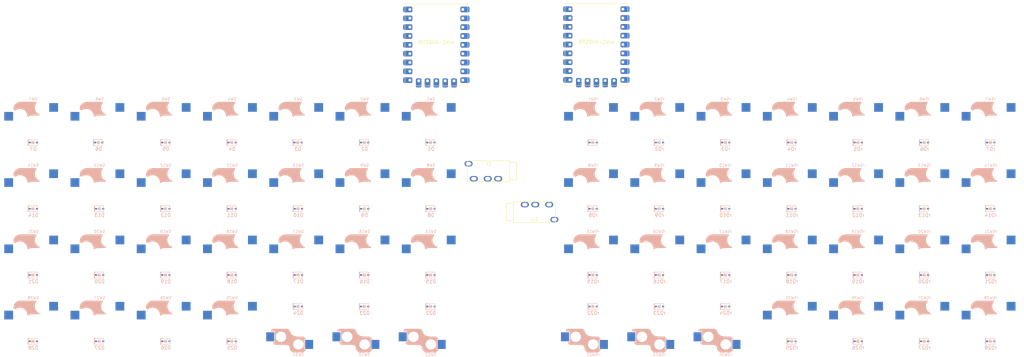
<source format=kicad_pcb>
(kicad_pcb (version 20240108) (generator "pcbnew") (generator_version "8.0")
  (layers (0 "F.Cu" signal) (31 "B.Cu" signal) (34 "B.Paste" user) (35 "F.Paste" user) (36 "B.SilkS" user "B.Silkscreen") (37 "F.SilkS" user "F.Silkscreen") (38 "B.Mask" user) (39 "F.Mask" user) (44 "Edge.Cuts" user))
  (net 0 "")
  (net 1 "Net-(D26-A)")
  (net 2 "Net-(D27-A)")
  (net 3 "Net-(D1-A)")
  (net 4 "ROW0")
  (net 5 "Net-(D2-A)")
  (net 6 "Net-(D3-A)")
  (net 7 "Net-(D4-A)")
  (net 8 "Net-(D5-A)")
  (net 9 "ROW1")
  (net 10 "Net-(D6-A)")
  (net 11 "Net-(D7-A)")
  (net 12 "Net-(D8-A)")
  (net 13 "Net-(D9-A)")
  (net 14 "Net-(D10-A)")
  (net 15 "ROW2")
  (net 16 "Net-(D11-A)")
  (net 17 "Net-(D12-A)")
  (net 18 "Net-(D13-A)")
  (net 19 "Net-(D14-A)")
  (net 20 "Net-(D15-A)")
  (net 21 "ROW3")
  (net 22 "Net-(D16-A)")
  (net 23 "Net-(D17-A)")
  (net 24 "Net-(D18-A)")
  (net 25 "Net-(D19-A)")
  (net 26 "Net-(D20-A)")
  (net 27 "Net-(D21-A)")
  (net 28 "Net-(D28-A)")
  (net 29 "Net-(D22-A)")
  (net 30 "Net-(D23-A)")
  (net 31 "Net-(D24-A)")
  (net 32 "Net-(D25-A)")
  (net 33 "VCC")
  (net 34 "DATA")
  (net 36 "GND")
  (net 37 "Net-(rD26-A)")
  (net 38 "Net-(rD27-A)")
  (net 39 "rROW0")
  (net 40 "Net-(rD1-A)")
  (net 41 "Net-(rD2-A)")
  (net 42 "Net-(rD3-A)")
  (net 43 "Net-(rD4-A)")
  (net 44 "Net-(rD5-A)")
  (net 45 "rROW1")
  (net 46 "Net-(rD6-A)")
  (net 47 "Net-(rD7-A)")
  (net 48 "Net-(rD8-A)")
  (net 49 "Net-(rD9-A)")
  (net 50 "Net-(rD10-A)")
  (net 51 "Net-(rD11-A)")
  (net 52 "rROW2")
  (net 53 "Net-(rD12-A)")
  (net 54 "Net-(rD13-A)")
  (net 55 "Net-(rD14-A)")
  (net 56 "Net-(rD15-A)")
  (net 57 "rROW3")
  (net 58 "Net-(rD16-A)")
  (net 59 "Net-(rD17-A)")
  (net 60 "Net-(rD18-A)")
  (net 61 "Net-(rD19-A)")
  (net 62 "Net-(rD20-A)")
  (net 63 "Net-(rD21-A)")
  (net 64 "Net-(rD28-A)")
  (net 65 "Net-(rD22-A)")
  (net 66 "Net-(rD23-A)")
  (net 67 "Net-(rD24-A)")
  (net 68 "Net-(rD25-A)")
  (net 69 "rVCC")
  (net 71 "rDATA")
  (net 72 "rGND")
  (net 73 "rCOL0")
  (net 74 "rCOL1")
  (net 75 "rCOL2")
  (net 76 "rCOL3")
  (net 77 "rCOL4")
  (net 78 "COL0")
  (net 79 "COL1")
  (net 80 "COL2")
  (net 81 "COL3")
  (net 82 "COL4")
  (net 83 "rCOL5")
  (net 84 "rCOL6")
  (net 85 "COL5")
  (net 86 "COL6")
  (footprint "rp2040-zero-kicad:RP2040-Zero" (layer "F.Cu") (at 155.71 39.61)
    (property "Reference" "RZ1")
    (property "Value" "RP2040-Zero" (at 10.16 -13.45 0) (layer "F.SilkS"))
    (pad "1" thru_hole roundrect (at 17.78 -22.86) (size 2.6 1.6) (drill 0.8 (offset 0.6 0)) (layers "*.Cu" "*.Mask"))
    (pad "2" thru_hole roundrect (at 17.78 -20.32) (size 2.6 1.6) (drill 0.8 (offset 0.6 0)) (layers "*.Cu" "*.Mask"))
    (pad "3" thru_hole roundrect (at 17.78 -17.78) (size 2.6 1.6) (drill 0.8 (offset 0.6 0)) (layers "*.Cu" "*.Mask") (net 78 "COL0"))
    (pad "4" thru_hole roundrect (at 17.78 -15.24) (size 2.6 1.6) (drill 0.8 (offset 0.6 0)) (layers "*.Cu" "*.Mask") (net 79 "COL1"))
    (pad "5" thru_hole roundrect (at 17.78 -12.7) (size 2.6 1.6) (drill 0.8 (offset 0.6 0)) (layers "*.Cu" "*.Mask") (net 80 "COL2"))
    (pad "6" thru_hole roundrect (at 17.78 -10.16) (size 2.6 1.6002) (drill 0.8 (offset 0.6 0)) (layers "*.Cu" "*.Mask") (net 81 "COL3"))
    (pad "7" thru_hole roundrect (at 17.78 -7.62) (size 2.6 1.6002) (drill 0.8 (offset 0.6 0)) (layers "*.Cu" "*.Mask") (net 82 "COL4"))
    (pad "8" thru_hole roundrect (at 17.78 -5.08) (size 2.6 1.6002) (drill 0.8 (offset 0.6 0)) (layers "*.Cu" "*.Mask") (net 85 "COL5"))
    (pad "9" thru_hole roundrect (at 17.78 -2.54) (size 2.6 1.6002) (drill 0.8 (offset 0.6 0)) (layers "*.Cu" "*.Mask") (net 86 "COL6"))
    (pad "10" thru_hole roundrect (at 15.24 -2.33) (size 1.6 2.6) (drill 0.8 (offset 0 0.6)) (layers "*.Cu" "*.Mask"))
    (pad "11" thru_hole roundrect (at 12.7 -2.33) (size 1.5748 2.6) (drill 0.8 (offset 0 0.6)) (layers "*.Cu" "*.Mask"))
    (pad "12" thru_hole roundrect (at 10.16 -2.33) (size 1.5748 2.6) (drill 0.8 (offset 0 0.6)) (layers "*.Cu" "*.Mask"))
    (pad "13" thru_hole roundrect (at 7.62 -2.33) (size 1.5748 2.6) (drill 0.8 (offset 0 0.6)) (layers "*.Cu" "*.Mask"))
    (pad "14" thru_hole roundrect (at 5.08 -2.33) (size 1.5748 2.6) (drill 0.8 (offset 0 0.6)) (layers "*.Cu" "*.Mask"))
    (pad "15" thru_hole roundrect (at 2.54 -2.54) (size 2.6 1.6002) (drill 0.8 (offset -0.6 0)) (layers "*.Cu" "*.Mask"))
    (pad "16" thru_hole roundrect (at 2.54 -5.08) (size 2.6 1.6002) (drill 0.8 (offset -0.6 0)) (layers "*.Cu" "*.Mask"))
    (pad "17" thru_hole roundrect (at 2.54 -7.62) (size 2.6 1.6002) (drill 0.8 (offset -0.6 0)) (layers "*.Cu" "*.Mask") (net 4 "ROW0"))
    (pad "18" thru_hole roundrect (at 2.54 -10.16) (size 2.6 1.6002) (drill 0.8 (offset -0.6 0)) (layers "*.Cu" "*.Mask") (net 9 "ROW1"))
    (pad "19" thru_hole roundrect (at 2.54 -22.86) (size 2.6 1.6002) (drill 0.8 (offset -0.6 0)) (layers "*.Cu" "*.Mask") (net 15 "ROW2"))
    (pad "20" thru_hole roundrect (at 2.54 -20.32) (size 2.6 1.6002) (drill 0.8 (offset -0.6 0)) (layers "*.Cu" "*.Mask") (net 21 "ROW3"))
    (pad "21" thru_hole roundrect (at 2.54 -17.78) (size 2.6 1.6002) (drill 0.8 (offset -0.6 0)) (layers "*.Cu" "*.Mask"))
    (pad "22" thru_hole roundrect (at 2.54 -12.7) (size 2.6 1.6002) (drill 0.8 (offset -0.6 0)) (layers "*.Cu" "*.Mask") (net 33 "VCC"))
    (pad "23" thru_hole roundrect (at 2.54 -15.24) (size 2.6 1.6002) (drill 0.8 (offset -0.6 0)) (layers "*.Cu" "*.Mask") (net 36 "GND"))
  )
  (footprint "MJ-4PP-9:MJ-4PP-9" (layer "F.Cu") (at 180.8875 63.3 180)
    (property "Reference" "J2" (at 0 2.1082 0) (layer "F.SilkS"))
    (property "Value" "MJ-4PP-9")
    (pad "" np_thru_hole circle (at -4.55 0.05 180) (size 1.2 1.2) (drill 1.2) (layers "*.Cu" "*.Mask"))
    (pad "" np_thru_hole circle (at 2.45 0.05 180) (size 1.2 1.2) (drill 1.2) (layers "*.Cu" "*.Mask"))
    (pad "1" thru_hole oval (at 5.75 2.2 180) (size 2.3 1.5) (drill oval 1.5 1) (layers "*.Cu" "*.Mask"))
    (pad "2" thru_hole oval (at -2.75 -2.1 180) (size 2.3 1.5) (drill oval 1.5 1) (layers "*.Cu" "*.Mask") (net 34 "DATA"))
    (pad "3" thru_hole oval (at 0.25 -2.1 180) (size 2.3 1.5) (drill oval 1.5 1) (layers "*.Cu" "*.Mask") (net 36 "GND"))
    (pad "4" thru_hole oval (at 4.25 -2.1 180) (size 2.3 1.5) (drill oval 1.5 1) (layers "*.Cu" "*.Mask") (net 33 "VCC"))
  )
  (footprint "rp2040-zero-kicad:RP2040-Zero" (layer "F.Cu") (at 201.72 39.53)
    (property "Reference" "rRZ1")
    (property "Value" "RP2040-Zero" (at 10.16 -13.45 0) (layer "F.SilkS"))
    (pad "1" thru_hole roundrect (at 17.78 -22.86) (size 2.6 1.6) (drill 0.8 (offset 0.6 0)) (layers "*.Cu" "*.Mask"))
    (pad "2" thru_hole roundrect (at 17.78 -20.32) (size 2.6 1.6) (drill 0.8 (offset 0.6 0)) (layers "*.Cu" "*.Mask"))
    (pad "3" thru_hole roundrect (at 17.78 -17.78) (size 2.6 1.6) (drill 0.8 (offset 0.6 0)) (layers "*.Cu" "*.Mask") (net 73 "rCOL0"))
    (pad "4" thru_hole roundrect (at 17.78 -15.24) (size 2.6 1.6) (drill 0.8 (offset 0.6 0)) (layers "*.Cu" "*.Mask") (net 74 "rCOL1"))
    (pad "5" thru_hole roundrect (at 17.78 -12.7) (size 2.6 1.6) (drill 0.8 (offset 0.6 0)) (layers "*.Cu" "*.Mask") (net 75 "rCOL2"))
    (pad "6" thru_hole roundrect (at 17.78 -10.16) (size 2.6 1.6002) (drill 0.8 (offset 0.6 0)) (layers "*.Cu" "*.Mask") (net 76 "rCOL3"))
    (pad "7" thru_hole roundrect (at 17.78 -7.62) (size 2.6 1.6002) (drill 0.8 (offset 0.6 0)) (layers "*.Cu" "*.Mask") (net 77 "rCOL4"))
    (pad "8" thru_hole roundrect (at 17.78 -5.08) (size 2.6 1.6002) (drill 0.8 (offset 0.6 0)) (layers "*.Cu" "*.Mask") (net 83 "rCOL5"))
    (pad "9" thru_hole roundrect (at 17.78 -2.54) (size 2.6 1.6002) (drill 0.8 (offset 0.6 0)) (layers "*.Cu" "*.Mask") (net 84 "rCOL6"))
    (pad "10" thru_hole roundrect (at 15.24 -2.33) (size 1.6 2.6) (drill 0.8 (offset 0 0.6)) (layers "*.Cu" "*.Mask"))
    (pad "11" thru_hole roundrect (at 12.7 -2.33) (size 1.5748 2.6) (drill 0.8 (offset 0 0.6)) (layers "*.Cu" "*.Mask"))
    (pad "12" thru_hole roundrect (at 10.16 -2.33) (size 1.5748 2.6) (drill 0.8 (offset 0 0.6)) (layers "*.Cu" "*.Mask"))
    (pad "13" thru_hole roundrect (at 7.62 -2.33) (size 1.5748 2.6) (drill 0.8 (offset 0 0.6)) (layers "*.Cu" "*.Mask"))
    (pad "14" thru_hole roundrect (at 5.08 -2.33) (size 1.5748 2.6) (drill 0.8 (offset 0 0.6)) (layers "*.Cu" "*.Mask"))
    (pad "15" thru_hole roundrect (at 2.54 -2.54) (size 2.6 1.6002) (drill 0.8 (offset -0.6 0)) (layers "*.Cu" "*.Mask"))
    (pad "16" thru_hole roundrect (at 2.54 -5.08) (size 2.6 1.6002) (drill 0.8 (offset -0.6 0)) (layers "*.Cu" "*.Mask") (net 71 "rDATA"))
    (pad "17" thru_hole roundrect (at 2.54 -7.62) (size 2.6 1.6002) (drill 0.8 (offset -0.6 0)) (layers "*.Cu" "*.Mask") (net 39 "rROW0"))
    (pad "18" thru_hole roundrect (at 2.54 -10.16) (size 2.6 1.6002) (drill 0.8 (offset -0.6 0)) (layers "*.Cu" "*.Mask") (net 45 "rROW1"))
    (pad "19" thru_hole roundrect (at 2.54 -22.86) (size 2.6 1.6002) (drill 0.8 (offset -0.6 0)) (layers "*.Cu" "*.Mask") (net 52 "rROW2"))
    (pad "20" thru_hole roundrect (at 2.54 -20.32) (size 2.6 1.6002) (drill 0.8 (offset -0.6 0)) (layers "*.Cu" "*.Mask") (net 57 "rROW3"))
    (pad "21" thru_hole roundrect (at 2.54 -17.78) (size 2.6 1.6002) (drill 0.8 (offset -0.6 0)) (layers "*.Cu" "*.Mask"))
    (pad "22" thru_hole roundrect (at 2.54 -12.7) (size 2.6 1.6002) (drill 0.8 (offset -0.6 0)) (layers "*.Cu" "*.Mask") (net 69 "rVCC"))
    (pad "23" thru_hole roundrect (at 2.54 -15.24) (size 2.6 1.6002) (drill 0.8 (offset -0.6 0)) (layers "*.Cu" "*.Mask") (net 72 "rGND"))
  )
  (footprint "MJ-4PP-9:MJ-4PP-9" (layer "F.Cu") (at 194.05 74.95)
    (property "Reference" "rJ2" (at 0 2.1082 0) (layer "F.SilkS"))
    (property "Value" "MJ-4PP-9")
    (pad "" np_thru_hole circle (at -4.55 0.05) (size 1.2 1.2) (drill 1.2) (layers "*.Cu" "*.Mask"))
    (pad "" np_thru_hole circle (at 2.45 0.05) (size 1.2 1.2) (drill 1.2) (layers "*.Cu" "*.Mask"))
    (pad "1" thru_hole oval (at 5.75 2.2) (size 2.3 1.5) (drill oval 1.5 1) (layers "*.Cu" "*.Mask"))
    (pad "2" thru_hole oval (at -2.75 -2.1) (size 2.3 1.5) (drill oval 1.5 1) (layers "*.Cu" "*.Mask") (net 71 "rDATA"))
    (pad "3" thru_hole oval (at 0.25 -2.1) (size 2.3 1.5) (drill oval 1.5 1) (layers "*.Cu" "*.Mask") (net 72 "rGND"))
    (pad "4" thru_hole oval (at 4.25 -2.1) (size 2.3 1.5) (drill oval 1.5 1) (layers "*.Cu" "*.Mask") (net 69 "rVCC"))
  )
  (footprint "Keebio-Parts:D_SOD-323" (layer "B.Cu") (at 107.15 74.05)
    (property "Reference" "D11" (at 0 1.85 0) (layer "B.SilkS") (effects (justify mirror)))
    (property "Value" "1N4148WT" (hide yes))
    (pad "1" smd rect (at -1.05 0) (size 0.6 0.45) (layers "B.Cu" "B.Paste" "B.Mask") (net 9 "ROW1"))
    (pad "2" smd rect (at 1.05 0) (size 0.6 0.45) (layers "B.Cu" "B.Paste" "B.Mask") (net 16 "Net-(D11-A)"))
  )
  (footprint "kbd:keyswitch_cherrymx_hotswap_1u" (layer "B.Cu") (at 268.1 69.05 180)
    (property "Reference" "rSW11" (at 0 7.5 0) (layer "B.SilkS") (effects (font (size 0.8 0.8) (thickness 0.1) (bold yes)) (justify mirror)))
    (property "Value" "SW_Push" (hide yes))
    (pad "" np_thru_hole circle (at -5.08 0 180) (size 1.9 1.9) (drill 1.9) (layers "*.Cu" "*.Mask"))
    (pad "" np_thru_hole circle (at -2.54 5.08 180) (size 3 3) (drill 3) (layers "F&B.Cu" "*.Mask"))
    (pad "" np_thru_hole circle (at 0 0 270) (size 4.1 4.1) (drill 4.1) (layers "*.Cu" "*.Mask"))
    (pad "" np_thru_hole circle (at 3.81 2.54 180) (size 3 3) (drill 3) (layers "F&B.Cu" "*.Mask"))
    (pad "" np_thru_hole circle (at 5.08 0 180) (size 1.9 1.9) (drill 1.9) (layers "*.Cu" "*.Mask"))
    (pad "1" smd rect (at 7.085 2.54) (size 2.55 2.5) (layers "B.Cu" "B.Paste" "B.Mask") (net 51 "Net-(rD11-A)"))
    (pad "2" smd rect (at -5.842 5.08) (size 2.55 2.5) (layers "B.Cu" "B.Paste" "B.Mask") (net 76 "rCOL3"))
  )
  (footprint "kbd:keyswitch_cherrymx_hotswap_1u" (layer "B.Cu") (at 306.2 88.1 180)
    (property "Reference" "rSW20" (at 0 7.5 0) (layer "B.SilkS") (effects (font (size 0.8 0.8) (thickness 0.1) (bold yes)) (justify mirror)))
    (property "Value" "SW_Push" (hide yes))
    (pad "" np_thru_hole circle (at -5.08 0 180) (size 1.9 1.9) (drill 1.9) (layers "*.Cu" "*.Mask"))
    (pad "" np_thru_hole circle (at -2.54 5.08 180) (size 3 3) (drill 3) (layers "F&B.Cu" "*.Mask"))
    (pad "" np_thru_hole circle (at 0 0 270) (size 4.1 4.1) (drill 4.1) (layers "*.Cu" "*.Mask"))
    (pad "" np_thru_hole circle (at 3.81 2.54 180) (size 3 3) (drill 3) (layers "F&B.Cu" "*.Mask"))
    (pad "" np_thru_hole circle (at 5.08 0 180) (size 1.9 1.9) (drill 1.9) (layers "*.Cu" "*.Mask"))
    (pad "1" smd rect (at 7.085 2.54) (size 2.55 2.5) (layers "B.Cu" "B.Paste" "B.Mask") (net 62 "Net-(rD20-A)"))
    (pad "2" smd rect (at -5.842 5.08) (size 2.55 2.5) (layers "B.Cu" "B.Paste" "B.Mask") (net 83 "rCOL5"))
  )
  (footprint "Keebio-Parts:D_SOD-323" (layer "B.Cu") (at 50 55)
    (property "Reference" "D7" (at 0 1.85 0) (layer "B.SilkS") (effects (justify mirror)))
    (property "Value" "1N4148WT" (hide yes))
    (pad "1" smd rect (at -1.05 0) (size 0.6 0.45) (layers "B.Cu" "B.Paste" "B.Mask") (net 4 "ROW0"))
    (pad "2" smd rect (at 1.05 0) (size 0.6 0.45) (layers "B.Cu" "B.Paste" "B.Mask") (net 11 "Net-(D7-A)"))
  )
  (footprint "kbd:keyswitch_cherrymx_hotswap_1u" (layer "B.Cu") (at 164.3 50 180)
    (property "Reference" "SW1" (at 0 7.5 0) (layer "B.SilkS") (effects (font (size 0.8 0.8) (thickness 0.1) (bold yes)) (justify mirror)))
    (property "Value" "SW_Push" (hide yes))
    (pad "" np_thru_hole circle (at -5.08 0 180) (size 1.9 1.9) (drill 1.9) (layers "*.Cu" "*.Mask"))
    (pad "" np_thru_hole circle (at -2.54 5.08 180) (size 3 3) (drill 3) (layers "F&B.Cu" "*.Mask"))
    (pad "" np_thru_hole circle (at 0 0 270) (size 4.1 4.1) (drill 4.1) (layers "*.Cu" "*.Mask"))
    (pad "" np_thru_hole circle (at 3.81 2.54 180) (size 3 3) (drill 3) (layers "F&B.Cu" "*.Mask"))
    (pad "" np_thru_hole circle (at 5.08 0 180) (size 1.9 1.9) (drill 1.9) (layers "*.Cu" "*.Mask"))
    (pad "1" smd rect (at 7.085 2.54) (size 2.55 2.5) (layers "B.Cu" "B.Paste" "B.Mask") (net 78 "COL0"))
    (pad "2" smd rect (at -5.842 5.08) (size 2.55 2.5) (layers "B.Cu" "B.Paste" "B.Mask") (net 3 "Net-(D1-A)"))
  )
  (footprint "kbd:keyswitch_cherrymx_hotswap_1u" (layer "B.Cu") (at 210.95 69.05 180)
    (property "Reference" "rSW8" (at 0 7.5 0) (layer "B.SilkS") (effects (font (size 0.8 0.8) (thickness 0.1) (bold yes)) (justify mirror)))
    (property "Value" "SW_Push" (hide yes))
    (pad "" np_thru_hole circle (at -5.08 0 180) (size 1.9 1.9) (drill 1.9) (layers "*.Cu" "*.Mask"))
    (pad "" np_thru_hole circle (at -2.54 5.08 180) (size 3 3) (drill 3) (layers "F&B.Cu" "*.Mask"))
    (pad "" np_thru_hole circle (at 0 0 270) (size 4.1 4.1) (drill 4.1) (layers "*.Cu" "*.Mask"))
    (pad "" np_thru_hole circle (at 3.81 2.54 180) (size 3 3) (drill 3) (layers "F&B.Cu" "*.Mask"))
    (pad "" np_thru_hole circle (at 5.08 0 180) (size 1.9 1.9) (drill 1.9) (layers "*.Cu" "*.Mask"))
    (pad "1" smd rect (at 7.085 2.54) (size 2.55 2.5) (layers "B.Cu" "B.Paste" "B.Mask") (net 48 "Net-(rD8-A)"))
    (pad "2" smd rect (at -5.842 5.08) (size 2.55 2.5) (layers "B.Cu" "B.Paste" "B.Mask") (net 73 "rCOL0"))
  )
  (footprint "kbd:keyswitch_cherrymx_hotswap_1u" (layer "B.Cu") (at 164.3 88.1 180)
    (property "Reference" "SW15" (at 0 7.5 0) (layer "B.SilkS") (effects (font (size 0.8 0.8) (thickness 0.1) (bold yes)) (justify mirror)))
    (property "Value" "SW_Push" (hide yes))
    (pad "" np_thru_hole circle (at -5.08 0 180) (size 1.9 1.9) (drill 1.9) (layers "*.Cu" "*.Mask"))
    (pad "" np_thru_hole circle (at -2.54 5.08 180) (size 3 3) (drill 3) (layers "F&B.Cu" "*.Mask"))
    (pad "" np_thru_hole circle (at 0 0 270) (size 4.1 4.1) (drill 4.1) (layers "*.Cu" "*.Mask"))
    (pad "" np_thru_hole circle (at 3.81 2.54 180) (size 3 3) (drill 3) (layers "F&B.Cu" "*.Mask"))
    (pad "" np_thru_hole circle (at 5.08 0 180) (size 1.9 1.9) (drill 1.9) (layers "*.Cu" "*.Mask"))
    (pad "1" smd rect (at 7.085 2.54) (size 2.55 2.5) (layers "B.Cu" "B.Paste" "B.Mask") (net 78 "COL0"))
    (pad "2" smd rect (at -5.842 5.08) (size 2.55 2.5) (layers "B.Cu" "B.Paste" "B.Mask") (net 20 "Net-(D15-A)"))
  )
  (footprint "kbd:keyswitch_choc12_hotswap_1u" (layer "B.Cu") (at 210.95 107.15 180)
    (property "Reference" "rSW22" (at 0 -8.8 360) (layer "B.SilkS") (effects (font (size 0.8 0.8) (thickness 0.1) (bold yes)) (justify mirror)))
    (property "Value" "SW_Push" (hide yes))
    (pad "" np_thru_hole circle (at -5.5 0 270) (size 1.9 1.9) (drill 1.9) (layers "F&B.Cu" "*.Mask"))
    (pad "" np_thru_hole oval (at -5 5.15 180) (size 1.5 2) (drill oval 1.5 2) (layers "F&B.Cu" "*.Mask"))
    (pad "" np_thru_hole circle (at 0 -5.9 270) (size 3 3) (drill 3) (layers "*.Cu" "*.Mask"))
    (pad "" np_thru_hole circle (at 0 0 270) (size 5 5) (drill 5) (layers "F&B.Cu" "*.Mask"))
    (pad "" np_thru_hole circle (at 5 -3.7 270) (size 3 3) (drill 3) (layers "*.Cu" "*.Mask"))
    (pad "" np_thru_hole circle (at 5.5 0 270) (size 1.9 1.9) (drill 1.9) (layers "F&B.Cu" "*.Mask"))
    (pad "1" smd rect (at 8.1 -3.7) (size 2.3 2.6) (layers "B.Cu" "B.Paste" "B.Mask") (net 65 "Net-(rD22-A)"))
    (pad "2" smd rect (at -3.1 -5.9) (size 2.3 2.6) (layers "B.Cu" "B.Paste" "B.Mask") (net 73 "rCOL0"))
  )
  (footprint "Keebio-Parts:D_SOD-323" (layer "B.Cu") (at 249.05 102.15)
    (property "Reference" "rD24" (at 0 1.85 0) (layer "B.SilkS") (effects (justify mirror)))
    (property "Value" "1N4148WT")
    (pad "1" smd rect (at -1.05 0) (size 0.6 0.45) (layers "B.Cu" "B.Paste" "B.Mask") (net 57 "rROW3"))
    (pad "2" smd rect (at 1.05 0) (size 0.6 0.45) (layers "B.Cu" "B.Paste" "B.Mask") (net 67 "Net-(rD24-A)"))
  )
  (footprint "Keebio-Parts:D_SOD-323" (layer "B.Cu") (at 306.2 112.15)
    (property "Reference" "rD27" (at 0 1.85 360) (layer "B.SilkS") (effects (justify mirror)))
    (property "Value" "1N4148WT")
    (pad "1" smd rect (at -1.05 0) (size 0.6 0.45) (layers "B.Cu" "B.Paste" "B.Mask") (net 57 "rROW3"))
    (pad "2" smd rect (at 1.05 0) (size 0.6 0.45) (layers "B.Cu" "B.Paste" "B.Mask") (net 38 "Net-(rD27-A)"))
  )
  (footprint "Keebio-Parts:D_SOD-323" (layer "B.Cu") (at 230 74.05)
    (property "Reference" "rD9" (at 0 1.85 0) (layer "B.SilkS") (effects (justify mirror)))
    (property "Value" "1N4148WT")
    (pad "1" smd rect (at -1.05 0) (size 0.6 0.45) (layers "B.Cu" "B.Paste" "B.Mask") (net 45 "rROW1"))
    (pad "2" smd rect (at 1.05 0) (size 0.6 0.45) (layers "B.Cu" "B.Paste" "B.Mask") (net 49 "Net-(rD9-A)"))
  )
  (footprint "kbd:keyswitch_cherrymx_hotswap_1u" (layer "B.Cu") (at 69.05 50 180)
    (property "Reference" "SW6" (at 0 7.5 0) (layer "B.SilkS") (effects (font (size 0.8 0.8) (thickness 0.1) (bold yes)) (justify mirror)))
    (property "Value" "SW_Push" (hide yes))
    (pad "" np_thru_hole circle (at -5.08 0 180) (size 1.9 1.9) (drill 1.9) (layers "*.Cu" "*.Mask"))
    (pad "" np_thru_hole circle (at -2.54 5.08 180) (size 3 3) (drill 3) (layers "F&B.Cu" "*.Mask"))
    (pad "" np_thru_hole circle (at 0 0 270) (size 4.1 4.1) (drill 4.1) (layers "*.Cu" "*.Mask"))
    (pad "" np_thru_hole circle (at 3.81 2.54 180) (size 3 3) (drill 3) (layers "F&B.Cu" "*.Mask"))
    (pad "" np_thru_hole circle (at 5.08 0 180) (size 1.9 1.9) (drill 1.9) (layers "*.Cu" "*.Mask"))
    (pad "1" smd rect (at 7.085 2.54) (size 2.55 2.5) (layers "B.Cu" "B.Paste" "B.Mask") (net 85 "COL5"))
    (pad "2" smd rect (at -5.842 5.08) (size 2.55 2.5) (layers "B.Cu" "B.Paste" "B.Mask") (net 10 "Net-(D6-A)"))
  )
  (footprint "kbd:keyswitch_choc12_hotswap_1u" (layer "B.Cu") (at 249.05 107.15 180)
    (property "Reference" "rSW24" (at 0 -8.8 360) (layer "B.SilkS") (effects (font (size 0.8 0.8) (thickness 0.1) (bold yes)) (justify mirror)))
    (property "Value" "SW_Push" (hide yes))
    (pad "" np_thru_hole circle (at -5.5 0 270) (size 1.9 1.9) (drill 1.9) (layers "F&B.Cu" "*.Mask"))
    (pad "" np_thru_hole oval (at -5 5.15 180) (size 1.5 2) (drill oval 1.5 2) (layers "F&B.Cu" "*.Mask"))
    (pad "" np_thru_hole circle (at 0 -5.9 270) (size 3 3) (drill 3) (layers "*.Cu" "*.Mask"))
    (pad "" np_thru_hole circle (at 0 0 270) (size 5 5) (drill 5) (layers "F&B.Cu" "*.Mask"))
    (pad "" np_thru_hole circle (at 5 -3.7 270) (size 3 3) (drill 3) (layers "*.Cu" "*.Mask"))
    (pad "" np_thru_hole circle (at 5.5 0 270) (size 1.9 1.9) (drill 1.9) (layers "F&B.Cu" "*.Mask"))
    (pad "1" smd rect (at 8.1 -3.7) (size 2.3 2.6) (layers "B.Cu" "B.Paste" "B.Mask") (net 67 "Net-(rD24-A)"))
    (pad "2" smd rect (at -3.1 -5.9) (size 2.3 2.6) (layers "B.Cu" "B.Paste" "B.Mask") (net 75 "rCOL2"))
  )
  (footprint "kbd:keyswitch_cherrymx_hotswap_1u" (layer "B.Cu") (at 69.05 69.05 180)
    (property "Reference" "SW13" (at 0 7.5 0) (layer "B.SilkS") (effects (font (size 0.8 0.8) (thickness 0.1) (bold yes)) (justify mirror)))
    (property "Value" "SW_Push" (hide yes))
    (pad "" np_thru_hole circle (at -5.08 0 180) (size 1.9 1.9) (drill 1.9) (layers "*.Cu" "*.Mask"))
    (pad "" np_thru_hole circle (at -2.54 5.08 180) (size 3 3) (drill 3) (layers "F&B.Cu" "*.Mask"))
    (pad "" np_thru_hole circle (at 0 0 270) (size 4.1 4.1) (drill 4.1) (layers "*.Cu" "*.Mask"))
    (pad "" np_thru_hole circle (at 3.81 2.54 180) (size 3 3) (drill 3) (layers "F&B.Cu" "*.Mask"))
    (pad "" np_thru_hole circle (at 5.08 0 180) (size 1.9 1.9) (drill 1.9) (layers "*.Cu" "*.Mask"))
    (pad "1" smd rect (at 7.085 2.54) (size 2.55 2.5) (layers "B.Cu" "B.Paste" "B.Mask") (net 85 "COL5"))
    (pad "2" smd rect (at -5.842 5.08) (size 2.55 2.5) (layers "B.Cu" "B.Paste" "B.Mask") (net 18 "Net-(D13-A)"))
  )
  (footprint "Keebio-Parts:D_SOD-323" (layer "B.Cu") (at 145.25 74.05)
    (property "Reference" "D9" (at 0 1.85 0) (layer "B.SilkS") (effects (justify mirror)))
    (property "Value" "1N4148WT" (hide yes))
    (pad "1" smd rect (at -1.05 0) (size 0.6 0.45) (layers "B.Cu" "B.Paste" "B.Mask") (net 9 "ROW1"))
    (pad "2" smd rect (at 1.05 0) (size 0.6 0.45) (layers "B.Cu" "B.Paste" "B.Mask") (net 13 "Net-(D9-A)"))
  )
  (footprint "kbd:keyswitch_cherrymx_hotswap_1u" (layer "B.Cu") (at 287.15 69.05 180)
    (property "Reference" "rSW12" (at 0 7.5 0) (layer "B.SilkS") (effects (font (size 0.8 0.8) (thickness 0.1) (bold yes)) (justify mirror)))
    (property "Value" "SW_Push" (hide yes))
    (pad "" np_thru_hole circle (at -5.08 0 180) (size 1.9 1.9) (drill 1.9) (layers "*.Cu" "*.Mask"))
    (pad "" np_thru_hole circle (at -2.54 5.08 180) (size 3 3) (drill 3) (layers "F&B.Cu" "*.Mask"))
    (pad "" np_thru_hole circle (at 0 0 270) (size 4.1 4.1) (drill 4.1) (layers "*.Cu" "*.Mask"))
    (pad "" np_thru_hole circle (at 3.81 2.54 180) (size 3 3) (drill 3) (layers "F&B.Cu" "*.Mask"))
    (pad "" np_thru_hole circle (at 5.08 0 180) (size 1.9 1.9) (drill 1.9) (layers "*.Cu" "*.Mask"))
    (pad "1" smd rect (at 7.085 2.54) (size 2.55 2.5) (layers "B.Cu" "B.Paste" "B.Mask") (net 53 "Net-(rD12-A)"))
    (pad "2" smd rect (at -5.842 5.08) (size 2.55 2.5) (layers "B.Cu" "B.Paste" "B.Mask") (net 77 "rCOL4"))
  )
  (footprint "Keebio-Parts:D_SOD-323" (layer "B.Cu") (at 210.95 93.1)
    (property "Reference" "rD15" (at 0 1.85 0) (layer "B.SilkS") (effects (justify mirror)))
    (property "Value" "1N4148WT")
    (pad "1" smd rect (at -1.05 0) (size 0.6 0.45) (layers "B.Cu" "B.Paste" "B.Mask") (net 52 "rROW2"))
    (pad "2" smd rect (at 1.05 0) (size 0.6 0.45) (layers "B.Cu" "B.Paste" "B.Mask") (net 56 "Net-(rD15-A)"))
  )
  (footprint "Keebio-Parts:D_SOD-323" (layer "B.Cu") (at 268.1 74.05)
    (property "Reference" "rD11" (at 0 1.85 0) (layer "B.SilkS") (effects (justify mirror)))
    (property "Value" "1N4148WT")
    (pad "1" smd rect (at -1.05 0) (size 0.6 0.45) (layers "B.Cu" "B.Paste" "B.Mask") (net 45 "rROW1"))
    (pad "2" smd rect (at 1.05 0) (size 0.6 0.45) (layers "B.Cu" "B.Paste" "B.Mask") (net 51 "Net-(rD11-A)"))
  )
  (footprint "Keebio-Parts:D_SOD-323" (layer "B.Cu") (at 210.95 102.15)
    (property "Reference" "rD22" (at 0 1.85 360) (layer "B.SilkS") (effects (justify mirror)))
    (property "Value" "1N4148WT")
    (pad "1" smd rect (at -1.05 0) (size 0.6 0.45) (layers "B.Cu" "B.Paste" "B.Mask") (net 57 "rROW3"))
    (pad "2" smd rect (at 1.05 0) (size 0.6 0.45) (layers "B.Cu" "B.Paste" "B.Mask") (net 65 "Net-(rD22-A)"))
  )
  (footprint "Keebio-Parts:D_SOD-323" (layer "B.Cu") (at 287.15 93.1)
    (property "Reference" "rD19" (at 0 1.85 0) (layer "B.SilkS") (effects (justify mirror)))
    (property "Value" "1N4148WT")
    (pad "1" smd rect (at -1.05 0) (size 0.6 0.45) (layers "B.Cu" "B.Paste" "B.Mask") (net 52 "rROW2"))
    (pad "2" smd rect (at 1.05 0) (size 0.6 0.45) (layers "B.Cu" "B.Paste" "B.Mask") (net 61 "Net-(rD19-A)"))
  )
  (footprint "Keebio-Parts:D_SOD-323" (layer "B.Cu") (at 126.2 74.05)
    (property "Reference" "D10" (at 0 1.85 0) (layer "B.SilkS") (effects (justify mirror)))
    (property "Value" "1N4148WT" (hide yes))
    (pad "1" smd rect (at -1.05 0) (size 0.6 0.45) (layers "B.Cu" "B.Paste" "B.Mask") (net 9 "ROW1"))
    (pad "2" smd rect (at 1.05 0) (size 0.6 0.45) (layers "B.Cu" "B.Paste" "B.Mask") (net 14 "Net-(D10-A)"))
  )
  (footprint "Keebio-Parts:D_SOD-323" (layer "B.Cu") (at 88.1 74.05)
    (property "Reference" "D12" (at 0 1.85 0) (layer "B.SilkS") (effects (justify mirror)))
    (property "Value" "1N4148WT" (hide yes))
    (pad "1" smd rect (at -1.05 0) (size 0.6 0.45) (layers "B.Cu" "B.Paste" "B.Mask") (net 9 "ROW1"))
    (pad "2" smd rect (at 1.05 0) (size 0.6 0.45) (layers "B.Cu" "B.Paste" "B.Mask") (net 17 "Net-(D12-A)"))
  )
  (footprint "Keebio-Parts:D_SOD-323" (layer "B.Cu") (at 306.2 74.05)
    (property "Reference" "rD13" (at 0 1.85 0) (layer "B.SilkS") (effects (justify mirror)))
    (property "Value" "1N4148WT")
    (pad "1" smd rect (at -1.05 0) (size 0.6 0.45) (layers "B.Cu" "B.Paste" "B.Mask") (net 45 "rROW1"))
    (pad "2" smd rect (at 1.05 0) (size 0.6 0.45) (layers "B.Cu" "B.Paste" "B.Mask") (net 54 "Net-(rD13-A)"))
  )
  (footprint "Keebio-Parts:D_SOD-323" (layer "B.Cu") (at 107.15 93.1)
    (property "Reference" "D18" (at 0 1.85 0) (layer "B.SilkS") (effects (justify mirror)))
    (property "Value" "1N4148WT" (hide yes))
    (pad "1" smd rect (at -1.05 0) (size 0.6 0.45) (layers "B.Cu" "B.Paste" "B.Mask") (net 15 "ROW2"))
    (pad "2" smd rect (at 1.05 0) (size 0.6 0.45) (layers "B.Cu" "B.Paste" "B.Mask") (net 24 "Net-(D18-A)"))
  )
  (footprint "kbd:keyswitch_cherrymx_hotswap_1u" (layer "B.Cu") (at 268.1 88.1 180)
    (property "Reference" "rSW18" (at 0 7.5 0) (layer "B.SilkS") (effects (font (size 0.8 0.8) (thickness 0.1) (bold yes)) (justify mirror)))
    (property "Value" "SW_Push" (hide yes))
    (pad "" np_thru_hole circle (at -5.08 0 180) (size 1.9 1.9) (drill 1.9) (layers "*.Cu" "*.Mask"))
    (pad "" np_thru_hole circle (at -2.54 5.08 180) (size 3 3) (drill 3) (layers "F&B.Cu" "*.Mask"))
    (pad "" np_thru_hole circle (at 0 0 270) (size 4.1 4.1) (drill 4.1) (layers "*.Cu" "*.Mask"))
    (pad "" np_thru_hole circle (at 3.81 2.54 180) (size 3 3) (drill 3) (layers "F&B.Cu" "*.Mask"))
    (pad "" np_thru_hole circle (at 5.08 0 180) (size 1.9 1.9) (drill 1.9) (layers "*.Cu" "*.Mask"))
    (pad "1" smd rect (at 7.085 2.54) (size 2.55 2.5) (layers "B.Cu" "B.Paste" "B.Mask") (net 60 "Net-(rD18-A)"))
    (pad "2" smd rect (at -5.842 5.08) (size 2.55 2.5) (layers "B.Cu" "B.Paste" "B.Mask") (net 76 "rCOL3"))
  )
  (footprint "kbd:keyswitch_cherrymx_hotswap_1u" (layer "B.Cu") (at 107.15 107.15 180)
    (property "Reference" "SW25" (at 0 7.5 0) (layer "B.SilkS") (effects (font (size 0.8 0.8) (thickness 0.1) (bold yes)) (justify mirror)))
    (property "Value" "SW_Push" (hide yes))
    (pad "" np_thru_hole circle (at -5.08 0 180) (size 1.9 1.9) (drill 1.9) (layers "*.Cu" "*.Mask"))
    (pad "" np_thru_hole circle (at -2.54 5.08 180) (size 3 3) (drill 3) (layers "F&B.Cu" "*.Mask"))
    (pad "" np_thru_hole circle (at 0 0 270) (size 4.1 4.1) (drill 4.1) (layers "*.Cu" "*.Mask"))
    (pad "" np_thru_hole circle (at 3.81 2.54 180) (size 3 3) (drill 3) (layers "F&B.Cu" "*.Mask"))
    (pad "" np_thru_hole circle (at 5.08 0 180) (size 1.9 1.9) (drill 1.9) (layers "*.Cu" "*.Mask"))
    (pad "1" smd rect (at 7.085 2.54) (size 2.55 2.5) (layers "B.Cu" "B.Paste" "B.Mask") (net 81 "COL3"))
    (pad "2" smd rect (at -5.842 5.08) (size 2.55 2.5) (layers "B.Cu" "B.Paste" "B.Mask") (net 32 "Net-(D25-A)"))
  )
  (footprint "Keebio-Parts:D_SOD-323" (layer "B.Cu") (at 268.1 55)
    (property "Reference" "rD4" (at 0 1.85 0) (layer "B.SilkS") (effects (justify mirror)))
    (property "Value" "1N4148WT" (hide yes))
    (pad "1" smd rect (at -1.05 0) (size 0.6 0.45) (layers "B.Cu" "B.Paste" "B.Mask") (net 39 "rROW0"))
    (pad "2" smd rect (at 1.05 0) (size 0.6 0.45) (layers "B.Cu" "B.Paste" "B.Mask") (net 43 "Net-(rD4-A)"))
  )
  (footprint "Keebio-Parts:D_SOD-323" (layer "B.Cu") (at 145.25 93.1)
    (property "Reference" "D16" (at 0 1.85 0) (layer "B.SilkS") (effects (justify mirror)))
    (property "Value" "1N4148WT" (hide yes))
    (pad "1" smd rect (at -1.05 0) (size 0.6 0.45) (layers "B.Cu" "B.Paste" "B.Mask") (net 15 "ROW2"))
    (pad "2" smd rect (at 1.05 0) (size 0.6 0.45) (layers "B.Cu" "B.Paste" "B.Mask") (net 22 "Net-(D16-A)"))
  )
  (footprint "kbd:keyswitch_cherrymx_hotswap_1u" (layer "B.Cu") (at 325.25 88.1 180)
    (property "Reference" "rSW21" (at 0 7.5 0) (layer "B.SilkS") (effects (font (size 0.8 0.8) (thickness 0.1) (bold yes)) (justify mirror)))
    (property "Value" "SW_Push" (hide yes))
    (pad "" np_thru_hole circle (at -5.08 0 180) (size 1.9 1.9) (drill 1.9) (layers "*.Cu" "*.Mask"))
    (pad "" np_thru_hole circle (at -2.54 5.08 180) (size 3 3) (drill 3) (layers "F&B.Cu" "*.Mask"))
    (pad "" np_thru_hole circle (at 0 0 270) (size 4.1 4.1) (drill 4.1) (layers "*.Cu" "*.Mask"))
    (pad "" np_thru_hole circle (at 3.81 2.54 180) (size 3 3) (drill 3) (layers "F&B.Cu" "*.Mask"))
    (pad "" np_thru_hole circle (at 5.08 0 180) (size 1.9 1.9) (drill 1.9) (layers "*.Cu" "*.Mask"))
    (pad "1" smd rect (at 7.085 2.54) (size 2.55 2.5) (layers "B.Cu" "B.Paste" "B.Mask") (net 63 "Net-(rD21-A)"))
    (pad "2" smd rect (at -5.842 5.08) (size 2.55 2.5) (layers "B.Cu" "B.Paste" "B.Mask") (net 84 "rCOL6"))
  )
  (footprint "kbd:keyswitch_cherrymx_hotswap_1u" (layer "B.Cu") (at 210.95 88.1 180)
    (property "Reference" "rSW15" (at 0 7.5 0) (layer "B.SilkS") (effects (font (size 0.8 0.8) (thickness 0.1) (bold yes)) (justify mirror)))
    (property "Value" "SW_Push" (hide yes))
    (pad "" np_thru_hole circle (at -5.08 0 180) (size 1.9 1.9) (drill 1.9) (layers "*.Cu" "*.Mask"))
    (pad "" np_thru_hole circle (at -2.54 5.08 180) (size 3 3) (drill 3) (layers "F&B.Cu" "*.Mask"))
    (pad "" np_thru_hole circle (at 0 0 270) (size 4.1 4.1) (drill 4.1) (layers "*.Cu" "*.Mask"))
    (pad "" np_thru_hole circle (at 3.81 2.54 180) (size 3 3) (drill 3) (layers "F&B.Cu" "*.Mask"))
    (pad "" np_thru_hole circle (at 5.08 0 180) (size 1.9 1.9) (drill 1.9) (layers "*.Cu" "*.Mask"))
    (pad "1" smd rect (at 7.085 2.54) (size 2.55 2.5) (layers "B.Cu" "B.Paste" "B.Mask") (net 56 "Net-(rD15-A)"))
    (pad "2" smd rect (at -5.842 5.08) (size 2.55 2.5) (layers "B.Cu" "B.Paste" "B.Mask") (net 73 "rCOL0"))
  )
  (footprint "kbd:keyswitch_cherrymx_hotswap_1u" (layer "B.Cu") (at 126.2 88.1 180)
    (property "Reference" "SW17" (at 0 7.5 0) (layer "B.SilkS") (effects (font (size 0.8 0.8) (thickness 0.1) (bold yes)) (justify mirror)))
    (property "Value" "SW_Push" (hide yes))
    (pad "" np_thru_hole circle (at -5.08 0 180) (size 1.9 1.9) (drill 1.9) (layers "*.Cu" "*.Mask"))
    (pad "" np_thru_hole circle (at -2.54 5.08 180) (size 3 3) (drill 3) (layers "F&B.Cu" "*.Mask"))
    (pad "" np_thru_hole circle (at 0 0 270) (size 4.1 4.1) (drill 4.1) (layers "*.Cu" "*.Mask"))
    (pad "" np_thru_hole circle (at 3.81 2.54 180) (size 3 3) (drill 3) (layers "F&B.Cu" "*.Mask"))
    (pad "" np_thru_hole circle (at 5.08 0 180) (size 1.9 1.9) (drill 1.9) (layers "*.Cu" "*.Mask"))
    (pad "1" smd rect (at 7.085 2.54) (size 2.55 2.5) (layers "B.Cu" "B.Paste" "B.Mask") (net 80 "COL2"))
    (pad "2" smd rect (at -5.842 5.08) (size 2.55 2.5) (layers "B.Cu" "B.Paste" "B.Mask") (net 23 "Net-(D17-A)"))
  )
  (footprint "kbd:keyswitch_cherrymx_hotswap_1u" (layer "B.Cu") (at 107.15 69.05 180)
    (property "Reference" "SW11" (at 0 7.5 0) (layer "B.SilkS") (effects (font (size 0.8 0.8) (thickness 0.1) (bold yes)) (justify mirror)))
    (property "Value" "SW_Push" (hide yes))
    (pad "" np_thru_hole circle (at -5.08 0 180) (size 1.9 1.9) (drill 1.9) (layers "*.Cu" "*.Mask"))
    (pad "" np_thru_hole circle (at -2.54 5.08 180) (size 3 3) (drill 3) (layers "F&B.Cu" "*.Mask"))
    (pad "" np_thru_hole circle (at 0 0 270) (size 4.1 4.1) (drill 4.1) (layers "*.Cu" "*.Mask"))
    (pad "" np_thru_hole circle (at 3.81 2.54 180) (size 3 3) (drill 3) (layers "F&B.Cu" "*.Mask"))
    (pad "" np_thru_hole circle (at 5.08 0 180) (size 1.9 1.9) (drill 1.9) (layers "*.Cu" "*.Mask"))
    (pad "1" smd rect (at 7.085 2.54) (size 2.55 2.5) (layers "B.Cu" "B.Paste" "B.Mask") (net 81 "COL3"))
    (pad "2" smd rect (at -5.842 5.08) (size 2.55 2.5) (layers "B.Cu" "B.Paste" "B.Mask") (net 16 "Net-(D11-A)"))
  )
  (footprint "Keebio-Parts:D_SOD-323" (layer "B.Cu") (at 306.2 55)
    (property "Reference" "rD6" (at 0 1.85 0) (layer "B.SilkS") (effects (justify mirror)))
    (property "Value" "1N4148WT")
    (pad "1" smd rect (at -1.05 0) (size 0.6 0.45) (layers "B.Cu" "B.Paste" "B.Mask") (net 39 "rROW0"))
    (pad "2" smd rect (at 1.05 0) (size 0.6 0.45) (layers "B.Cu" "B.Paste" "B.Mask") (net 46 "Net-(rD6-A)"))
  )
  (footprint "kbd:keyswitch_choc12_hotswap_1u" (layer "B.Cu") (at 145.25 107.15 180)
    (property "Reference" "SW23" (at 0 -8.8 360) (layer "B.SilkS") (effects (font (size 0.8 0.8) (thickness 0.1) (bold yes)) (justify mirror)))
    (property "Value" "SW_Push" (hide yes))
    (pad "" np_thru_hole circle (at -5.5 0 270) (size 1.9 1.9) (drill 1.9) (layers "F&B.Cu" "*.Mask"))
    (pad "" np_thru_hole oval (at -5 5.15 180) (size 1.5 2) (drill oval 1.5 2) (layers "F&B.Cu" "*.Mask"))
    (pad "" np_thru_hole circle (at 0 -5.9 270) (size 3 3) (drill 3) (layers "*.Cu" "*.Mask"))
    (pad "" np_thru_hole circle (at 0 0 270) (size 5 5) (drill 5) (layers "F&B.Cu" "*.Mask"))
    (pad "" np_thru_hole circle (at 5 -3.7 270) (size 3 3) (drill 3) (layers "*.Cu" "*.Mask"))
    (pad "" np_thru_hole circle (at 5.5 0 270) (size 1.9 1.9) (drill 1.9) (layers "F&B.Cu" "*.Mask"))
    (pad "1" smd rect (at 8.1 -3.7) (size 2.3 2.6) (layers "B.Cu" "B.Paste" "B.Mask") (net 79 "COL1"))
    (pad "2" smd rect (at -3.1 -5.9) (size 2.3 2.6) (layers "B.Cu" "B.Paste" "B.Mask") (net 30 "Net-(D23-A)"))
  )
  (footprint "Keebio-Parts:D_SOD-323" (layer "B.Cu") (at 325.25 74.05)
    (property "Reference" "rD14" (at 0 1.85 0) (layer "B.SilkS") (effects (justify mirror)))
    (property "Value" "1N4148WT")
    (pad "1" smd rect (at -1.05 0) (size 0.6 0.45) (layers "B.Cu" "B.Paste" "B.Mask") (net 45 "rROW1"))
    (pad "2" smd rect (at 1.05 0) (size 0.6 0.45) (layers "B.Cu" "B.Paste" "B.Mask") (net 55 "Net-(rD14-A)"))
  )
  (footprint "Keebio-Parts:D_SOD-323" (layer "B.Cu") (at 50 74.05)
    (property "Reference" "D14" (at 0 1.85 0) (layer "B.SilkS") (effects (justify mirror)))
    (property "Value" "1N4148WT" (hide yes))
    (pad "1" smd rect (at -1.05 0) (size 0.6 0.45) (layers "B.Cu" "B.Paste" "B.Mask") (net 9 "ROW1"))
    (pad "2" smd rect (at 1.05 0) (size 0.6 0.45) (layers "B.Cu" "B.Paste" "B.Mask") (net 19 "Net-(D14-A)"))
  )
  (footprint "kbd:keyswitch_cherrymx_hotswap_1u" (layer "B.Cu") (at 306.2 69.05 180)
    (property "Reference" "rSW13" (at 0 7.5 0) (layer "B.SilkS") (effects (font (size 0.8 0.8) (thickness 0.1) (bold yes)) (justify mirror)))
    (property "Value" "SW_Push" (hide yes))
    (pad "" np_thru_hole circle (at -5.08 0 180) (size 1.9 1.9) (drill 1.9) (layers "*.Cu" "*.Mask"))
    (pad "" np_thru_hole circle (at -2.54 5.08 180) (size 3 3) (drill 3) (layers "F&B.Cu" "*.Mask"))
    (pad "" np_thru_hole circle (at 0 0 270) (size 4.1 4.1) (drill 4.1) (layers "*.Cu" "*.Mask"))
    (pad "" np_thru_hole circle (at 3.81 2.54 180) (size 3 3) (drill 3) (layers "F&B.Cu" "*.Mask"))
    (pad "" np_thru_hole circle (at 5.08 0 180) (size 1.9 1.9) (drill 1.9) (layers "*.Cu" "*.Mask"))
    (pad "1" smd rect (at 7.085 2.54) (size 2.55 2.5) (layers "B.Cu" "B.Paste" "B.Mask") (net 54 "Net-(rD13-A)"))
    (pad "2" smd rect (at -5.842 5.08) (size 2.55 2.5) (layers "B.Cu" "B.Paste" "B.Mask") (net 83 "rCOL5"))
  )
  (footprint "kbd:keyswitch_cherrymx_hotswap_1u" (layer "B.Cu") (at 306.2 50 180)
    (property "Reference" "rSW6" (at 0 7.5 0) (layer "B.SilkS") (effects (font (size 0.8 0.8) (thickness 0.1) (bold yes)) (justify mirror)))
    (property "Value" "SW_Push" (hide yes))
    (pad "" np_thru_hole circle (at -5.08 0 180) (size 1.9 1.9) (drill 1.9) (layers "*.Cu" "*.Mask"))
    (pad "" np_thru_hole circle (at -2.54 5.08 180) (size 3 3) (drill 3) (layers "F&B.Cu" "*.Mask"))
    (pad "" np_thru_hole circle (at 0 0 270) (size 4.1 4.1) (drill 4.1) (layers "*.Cu" "*.Mask"))
    (pad "" np_thru_hole circle (at 3.81 2.54 180) (size 3 3) (drill 3) (layers "F&B.Cu" "*.Mask"))
    (pad "" np_thru_hole circle (at 5.08 0 180) (size 1.9 1.9) (drill 1.9) (layers "*.Cu" "*.Mask"))
    (pad "1" smd rect (at 7.085 2.54) (size 2.55 2.5) (layers "B.Cu" "B.Paste" "B.Mask") (net 46 "Net-(rD6-A)"))
    (pad "2" smd rect (at -5.842 5.08) (size 2.55 2.5) (layers "B.Cu" "B.Paste" "B.Mask") (net 83 "rCOL5"))
  )
  (footprint "Keebio-Parts:D_SOD-323" (layer "B.Cu") (at 88.1 55)
    (property "Reference" "D5" (at 0 1.85 0) (layer "B.SilkS") (effects (justify mirror)))
    (property "Value" "1N4148WT" (hide yes))
    (pad "1" smd rect (at -1.05 0) (size 0.6 0.45) (layers "B.Cu" "B.Paste" "B.Mask") (net 4 "ROW0"))
    (pad "2" smd rect (at 1.05 0) (size 0.6 0.45) (layers "B.Cu" "B.Paste" "B.Mask") (net 8 "Net-(D5-A)"))
  )
  (footprint "Keebio-Parts:D_SOD-323" (layer "B.Cu") (at 164.3 74.05)
    (property "Reference" "D8" (at 0 1.85 0) (layer "B.SilkS") (effects (justify mirror)))
    (property "Value" "1N4148WT" (hide yes))
    (pad "1" smd rect (at -1.05 0) (size 0.6 0.45) (layers "B.Cu" "B.Paste" "B.Mask") (net 9 "ROW1"))
    (pad "2" smd rect (at 1.05 0) (size 0.6 0.45) (layers "B.Cu" "B.Paste" "B.Mask") (net 12 "Net-(D8-A)"))
  )
  (footprint "Keebio-Parts:D_SOD-323" (layer "B.Cu") (at 230 102.15)
    (property "Reference" "rD23" (at 0 1.85 0) (layer "B.SilkS") (effects (justify mirror)))
    (property "Value" "1N4148WT")
    (pad "1" smd rect (at -1.05 0) (size 0.6 0.45) (layers "B.Cu" "B.Paste" "B.Mask") (net 57 "rROW3"))
    (pad "2" smd rect (at 1.05 0) (size 0.6 0.45) (layers "B.Cu" "B.Paste" "B.Mask") (net 66 "Net-(rD23-A)"))
  )
  (footprint "Keebio-Parts:D_SOD-323" (layer "B.Cu") (at 306.2 93.1)
    (property "Reference" "rD20" (at 0 1.85 0) (layer "B.SilkS") (effects (justify mirror)))
    (property "Value" "1N4148WT")
    (pad "1" smd rect (at -1.05 0) (size 0.6 0.45) (layers "B.Cu" "B.Paste" "B.Mask") (net 52 "rROW2"))
    (pad "2" smd rect (at 1.05 0) (size 0.6 0.45) (layers "B.Cu" "B.Paste" "B.Mask") (net 62 "Net-(rD20-A)"))
  )
  (footprint "Keebio-Parts:D_SOD-323" (layer "B.Cu") (at 107.15 112.15)
    (property "Reference" "D25" (at 0 1.85 0) (layer "B.SilkS") (effects (justify mirror)))
    (property "Value" "1N4148WT" (hide yes))
    (pad "1" smd rect (at -1.05 0) (size 0.6 0.45) (layers "B.Cu" "B.Paste" "B.Mask") (net 21 "ROW3"))
    (pad "2" smd rect (at 1.05 0) (size 0.6 0.45) (layers "B.Cu" "B.Paste" "B.Mask") (net 32 "Net-(D25-A)"))
  )
  (footprint "kbd:keyswitch_cherrymx_hotswap_1u" (layer "B.Cu") (at 126.2 69.05 180)
    (property "Reference" "SW10" (at 0 7.5 0) (layer "B.SilkS") (effects (font (size 0.8 0.8) (thickness 0.1) (bold yes)) (justify mirror)))
    (property "Value" "SW_Push" (hide yes))
    (pad "" np_thru_hole circle (at -5.08 0 180) (size 1.9 1.9) (drill 1.9) (layers "*.Cu" "*.Mask"))
    (pad "" np_thru_hole circle (at -2.54 5.08 180) (size 3 3) (drill 3) (layers "F&B.Cu" "*.Mask"))
    (pad "" np_thru_hole circle (at 0 0 270) (size 4.1 4.1) (drill 4.1) (layers "*.Cu" "*.Mask"))
    (pad "" np_thru_hole circle (at 3.81 2.54 180) (size 3 3) (drill 3) (layers "F&B.Cu" "*.Mask"))
    (pad "" np_thru_hole circle (at 5.08 0 180) (size 1.9 1.9) (drill 1.9) (layers "*.Cu" "*.Mask"))
    (pad "1" smd rect (at 7.085 2.54) (size 2.55 2.5) (layers "B.Cu" "B.Paste" "B.Mask") (net 80 "COL2"))
    (pad "2" smd rect (at -5.842 5.08) (size 2.55 2.5) (layers "B.Cu" "B.Paste" "B.Mask") (net 14 "Net-(D10-A)"))
  )
  (footprint "Keebio-Parts:D_SOD-323" (layer "B.Cu") (at 68.8 55)
    (property "Reference" "D6" (at 0 1.85 0) (layer "B.SilkS") (effects (justify mirror)))
    (property "Value" "1N4148WT" (hide yes))
    (pad "1" smd rect (at -1.05 0) (size 0.6 0.45) (layers "B.Cu" "B.Paste" "B.Mask") (net 4 "ROW0"))
    (pad "2" smd rect (at 1.05 0) (size 0.6 0.45) (layers "B.Cu" "B.Paste" "B.Mask") (net 10 "Net-(D6-A)"))
  )
  (footprint "Keebio-Parts:D_SOD-323" (layer "B.Cu") (at 268.1 93.1)
    (property "Reference" "rD18" (at 0 1.85 0) (layer "B.SilkS") (effects (justify mirror)))
    (property "Value" "1N4148WT")
    (pad "1" smd rect (at -1.05 0) (size 0.6 0.45) (layers "B.Cu" "B.Paste" "B.Mask") (net 52 "rROW2"))
    (pad "2" smd rect (at 1.05 0) (size 0.6 0.45) (layers "B.Cu" "B.Paste" "B.Mask") (net 60 "Net-(rD18-A)"))
  )
  (footprint "Keebio-Parts:D_SOD-323" (layer "B.Cu") (at 325.25 55)
    (property "Reference" "rD7" (at 0 1.85 0) (layer "B.SilkS") (effects (justify mirror)))
    (property "Value" "1N4148WT")
    (pad "1" smd rect (at -1.05 0) (size 0.6 0.45) (layers "B.Cu" "B.Paste" "B.Mask") (net 39 "rROW0"))
    (pad "2" smd rect (at 1.05 0) (size 0.6 0.45) (layers "B.Cu" "B.Paste" "B.Mask") (net 47 "Net-(rD7-A)"))
  )
  (footprint "Keebio-Parts:D_SOD-323" (layer "B.Cu") (at 107.15 55)
    (property "Reference" "D4" (at 0 1.85 0) (layer "B.SilkS") (effects (justify mirror)))
    (property "Value" "1N4148WT" (hide yes))
    (pad "1" smd rect (at -1.05 0) (size 0.6 0.45) (layers "B.Cu" "B.Paste" "B.Mask") (net 4 "ROW0"))
    (pad "2" smd rect (at 1.05 0) (size 0.6 0.45) (layers "B.Cu" "B.Paste" "B.Mask") (net 7 "Net-(D4-A)"))
  )
  (footprint "Keebio-Parts:D_SOD-323" (layer "B.Cu") (at 210.95 74.05)
    (property "Reference" "rD8" (at 0 1.85 0) (layer "B.SilkS") (effects (justify mirror)))
    (property "Value" "1N4148WT")
    (pad "1" smd rect (at -1.05 0) (size 0.6 0.45) (layers "B.Cu" "B.Paste" "B.Mask") (net 45 "rROW1"))
    (pad "2" smd rect (at 1.05 0) (size 0.6 0.45) (layers "B.Cu" "B.Paste" "B.Mask") (net 48 "Net-(rD8-A)"))
  )
  (footprint "kbd:keyswitch_cherrymx_hotswap_1u" (layer "B.Cu") (at 268.1 50 180)
    (property "Reference" "rSW4" (at 0 7.5 0) (layer "B.SilkS") (effects (font (size 0.8 0.8) (thickness 0.1) (bold yes)) (justify mirror)))
    (property "Value" "SW_Push" (hide yes))
    (pad "" np_thru_hole circle (at -5.08 0 180) (size 1.9 1.9) (drill 1.9) (layers "*.Cu" "*.Mask"))
    (pad "" np_thru_hole circle (at -2.54 5.08 180) (size 3 3) (drill 3) (layers "F&B.Cu" "*.Mask"))
    (pad "" np_thru_hole circle (at 0 0 270) (size 4.1 4.1) (drill 4.1) (layers "*.Cu" "*.Mask"))
    (pad "" np_thru_hole circle (at 3.81 2.54 180) (size 3 3) (drill 3) (layers "F&B.Cu" "*.Mask"))
    (pad "" np_thru_hole circle (at 5.08 0 180) (size 1.9 1.9) (drill 1.9) (layers "*.Cu" "*.Mask"))
    (pad "1" smd rect (at 7.085 2.54) (size 2.55 2.5) (layers "B.Cu" "B.Paste" "B.Mask") (net 43 "Net-(rD4-A)"))
    (pad "2" smd rect (at -5.842 5.08) (size 2.55 2.5) (layers "B.Cu" "B.Paste" "B.Mask") (net 76 "rCOL3"))
  )
  (footprint "kbd:keyswitch_cherrymx_hotswap_1u" (layer "B.Cu") (at 107.15 50 180)
    (property "Reference" "SW4" (at 0 7.5 0) (layer "B.SilkS") (effects (font (size 0.8 0.8) (thickness 0.1) (bold yes)) (justify mirror)))
    (property "Value" "SW_Push" (hide yes))
    (pad "" np_thru_hole circle (at -5.08 0 180) (size 1.9 1.9) (drill 1.9) (layers "*.Cu" "*.Mask"))
    (pad "" np_thru_hole circle (at -2.54 5.08 180) (size 3 3) (drill 3) (layers "F&B.Cu" "*.Mask"))
    (pad "" np_thru_hole circle (at 0 0 270) (size 4.1 4.1) (drill 4.1) (layers "*.Cu" "*.Mask"))
    (pad "" np_thru_hole circle (at 3.81 2.54 180) (size 3 3) (drill 3) (layers "F&B.Cu" "*.Mask"))
    (pad "" np_thru_hole circle (at 5.08 0 180) (size 1.9 1.9) (drill 1.9) (layers "*.Cu" "*.Mask"))
    (pad "1" smd rect (at 7.085 2.54) (size 2.55 2.5) (layers "B.Cu" "B.Paste" "B.Mask") (net 81 "COL3"))
    (pad "2" smd rect (at -5.842 5.08) (size 2.55 2.5) (layers "B.Cu" "B.Paste" "B.Mask") (net 7 "Net-(D4-A)"))
  )
  (footprint "kbd:keyswitch_cherrymx_hotswap_1u" (layer "B.Cu") (at 249.05 69.05 180)
    (property "Reference" "rSW10" (at 0 7.5 0) (layer "B.SilkS") (effects (font (size 0.8 0.8) (thickness 0.1) (bold yes)) (justify mirror)))
    (property "Value" "SW_Push" (hide yes))
    (pad "" np_thru_hole circle (at -5.08 0 180) (size 1.9 1.9) (drill 1.9) (layers "*.Cu" "*.Mask"))
    (pad "" np_thru_hole circle (at -2.54 5.08 180) (size 3 3) (drill 3) (layers "F&B.Cu" "*.Mask"))
    (pad "" np_thru_hole circle (at 0 0 270) (size 4.1 4.1) (drill 4.1) (layers "*.Cu" "*.Mask"))
    (pad "" np_thru_hole circle (at 3.81 2.54 180) (size 3 3) (drill 3) (layers "F&B.Cu" "*.Mask"))
    (pad "" np_thru_hole circle (at 5.08 0 180) (size 1.9 1.9) (drill 1.9) (layers "*.Cu" "*.Mask"))
    (pad "1" smd rect (at 7.085 2.54) (size 2.55 2.5) (layers "B.Cu" "B.Paste" "B.Mask") (net 50 "Net-(rD10-A)"))
    (pad "2" smd rect (at -5.842 5.08) (size 2.55 2.5) (layers "B.Cu" "B.Paste" "B.Mask") (net 75 "rCOL2"))
  )
  (footprint "kbd:keyswitch_cherrymx_hotswap_1u" (layer "B.Cu") (at 145.25 69.05 180)
    (property "Reference" "SW9" (at 0 7.5 0) (layer "B.SilkS") (effects (font (size 0.8 0.8) (thickness 0.1) (bold yes)) (justify mirror)))
    (property "Value" "SW_Push" (hide yes))
    (pad "" np_thru_hole circle (at -5.08 0 180) (size 1.9 1.9) (drill 1.9) (layers "*.Cu" "*.Mask"))
    (pad "" np_thru_hole circle (at -2.54 5.08 180) (size 3 3) (drill 3) (layers "F&B.Cu" "*.Mask"))
    (pad "" np_thru_hole circle (at 0 0 270) (size 4.1 4.1) (drill 4.1) (layers "*.Cu" "*.Mask"))
    (pad "" np_thru_hole circle (at 3.81 2.54 180) (size 3 3) (drill 3) (layers "F&B.Cu" "*.Mask"))
    (pad "" np_thru_hole circle (at 5.08 0 180) (size 1.9 1.9) (drill 1.9) (layers "*.Cu" "*.Mask"))
    (pad "1" smd rect (at 7.085 2.54) (size 2.55 2.5) (layers "B.Cu" "B.Paste" "B.Mask") (net 79 "COL1"))
    (pad "2" smd rect (at -5.842 5.08) (size 2.55 2.5) (layers "B.Cu" "B.Paste" "B.Mask") (net 13 "Net-(D9-A)"))
  )
  (footprint "Keebio-Parts:D_SOD-323" (layer "B.Cu") (at 325.25 93.1)
    (property "Reference" "rD21" (at 0 1.85 0) (layer "B.SilkS") (effects (justify mirror)))
    (property "Value" "1N4148WT")
    (pad "1" smd rect (at -1.05 0) (size 0.6 0.45) (layers "B.Cu" "B.Paste" "B.Mask") (net 52 "rROW2"))
    (pad "2" smd rect (at 1.05 0) (size 0.6 0.45) (layers "B.Cu" "B.Paste" "B.Mask") (net 63 "Net-(rD21-A)"))
  )
  (footprint "kbd:keyswitch_cherrymx_hotswap_1u" (layer "B.Cu") (at 50 50 180)
    (property "Reference" "SW7" (at 0 7.5 0) (layer "B.SilkS") (effects (font (size 0.8 0.8) (thickness 0.1) (bold yes)) (justify mirror)))
    (property "Value" "SW_Push" (hide yes))
    (pad "" np_thru_hole circle (at -5.08 0 180) (size 1.9 1.9) (drill 1.9) (layers "*.Cu" "*.Mask"))
    (pad "" np_thru_hole circle (at -2.54 5.08 180) (size 3 3) (drill 3) (layers "F&B.Cu" "*.Mask"))
    (pad "" np_thru_hole circle (at 0 0 270) (size 4.1 4.1) (drill 4.1) (layers "*.Cu" "*.Mask"))
    (pad "" np_thru_hole circle (at 3.81 2.54 180) (size 3 3) (drill 3) (layers "F&B.Cu" "*.Mask"))
    (pad "" np_thru_hole circle (at 5.08 0 180) (size 1.9 1.9) (drill 1.9) (layers "*.Cu" "*.Mask"))
    (pad "1" smd rect (at 7.085 2.54) (size 2.55 2.5) (layers "B.Cu" "B.Paste" "B.Mask") (net 86 "COL6"))
    (pad "2" smd rect (at -5.842 5.08) (size 2.55 2.5) (layers "B.Cu" "B.Paste" "B.Mask") (net 11 "Net-(D7-A)"))
  )
  (footprint "Keebio-Parts:D_SOD-323" (layer "B.Cu") (at 249.05 93.1)
    (property "Reference" "rD17" (at 0 1.85 0) (layer "B.SilkS") (effects (justify mirror)))
    (property "Value" "1N4148WT")
    (pad "1" smd rect (at -1.05 0) (size 0.6 0.45) (layers "B.Cu" "B.Paste" "B.Mask") (net 52 "rROW2"))
    (pad "2" smd rect (at 1.05 0) (size 0.6 0.45) (layers "B.Cu" "B.Paste" "B.Mask") (net 59 "Net-(rD17-A)"))
  )
  (footprint "kbd:keyswitch_cherrymx_hotswap_1u" (layer "B.Cu") (at 230 88.1 180)
    (property "Reference" "rSW16" (at 0 7.5 0) (layer "B.SilkS") (effects (font (size 0.8 0.8) (thickness 0.1) (bold yes)) (justify mirror)))
    (property "Value" "SW_Push" (hide yes))
    (pad "" np_thru_hole circle (at -5.08 0 180) (size 1.9 1.9) (drill 1.9) (layers "*.Cu" "*.Mask"))
    (pad "" np_thru_hole circle (at -2.54 5.08 180) (size 3 3) (drill 3) (layers "F&B.Cu" "*.Mask"))
    (pad "" np_thru_hole circle (at 0 0 270) (size 4.1 4.1) (drill 4.1) (layers "*.Cu" "*.Mask"))
    (pad "" np_thru_hole circle (at 3.81 2.54 180) (size 3 3) (drill 3) (layers "F&B.Cu" "*.Mask"))
    (pad "" np_thru_hole circle (at 5.08 0 180) (size 1.9 1.9) (drill 1.9) (layers "*.Cu" "*.Mask"))
    (pad "1" smd rect (at 7.085 2.54) (size 2.55 2.5) (layers "B.Cu" "B.Paste" "B.Mask") (net 58 "Net-(rD16-A)"))
    (pad "2" smd rect (at -5.842 5.08) (size 2.55 2.5) (layers "B.Cu" "B.Paste" "B.Mask") (net 74 "rCOL1"))
  )
  (footprint "kbd:keyswitch_cherrymx_hotswap_1u" (layer "B.Cu") (at 268.1 107.15 180)
    (property "Reference" "rSW25" (at 0 7.5 0) (layer "B.SilkS") (effects (font (size 0.8 0.8) (thickness 0.1) (bold yes)) (justify mirror)))
    (property "Value" "SW_Push" (hide yes))
    (pad "" np_thru_hole circle (at -5.08 0 180) (size 1.9 1.9) (drill 1.9) (layers "*.Cu" "*.Mask"))
    (pad "" np_thru_hole circle (at -2.54 5.08 180) (size 3 3) (drill 3) (layers "F&B.Cu" "*.Mask"))
    (pad "" np_thru_hole circle (at 0 0 270) (size 4.1 4.1) (drill 4.1) (layers "*.Cu" "*.Mask"))
    (pad "" np_thru_hole circle (at 3.81 2.54 180) (size 3 3) (drill 3) (layers "F&B.Cu" "*.Mask"))
    (pad "" np_thru_hole circle (at 5.08 0 180) (size 1.9 1.9) (drill 1.9) (layers "*.Cu" "*.Mask"))
    (pad "1" smd rect (at 7.085 2.54) (size 2.55 2.5) (layers "B.Cu" "B.Paste" "B.Mask") (net 68 "Net-(rD25-A)"))
    (pad "2" smd rect (at -5.842 5.08) (size 2.55 2.5) (layers "B.Cu" "B.Paste" "B.Mask") (net 76 "rCOL3"))
  )
  (footprint "kbd:keyswitch_cherrymx_hotswap_1u" (layer "B.Cu") (at 69.05 107.15 180)
    (property "Reference" "SW27" (at 0 7.5 0) (layer "B.SilkS") (effects (font (size 0.8 0.8) (thickness 0.1) (bold yes)) (justify mirror)))
    (property "Value" "SW_Push" (hide yes))
    (pad "" np_thru_hole circle (at -5.08 0 180) (size 1.9 1.9) (drill 1.9) (layers "*.Cu" "*.Mask"))
    (pad "" np_thru_hole circle (at -2.54 5.08 180) (size 3 3) (drill 3) (layers "F&B.Cu" "*.Mask"))
    (pad "" np_thru_hole circle (at 0 0 270) (size 4.1 4.1) (drill 4.1) (layers "*.Cu" "*.Mask"))
    (pad "" np_thru_hole circle (at 3.81 2.54 180) (size 3 3) (drill 3) (layers "F&B.Cu" "*.Mask"))
    (pad "" np_thru_hole circle (at 5.08 0 180) (size 1.9 1.9) (drill 1.9) (layers "*.Cu" "*.Mask"))
    (pad "1" smd rect (at 7.085 2.54) (size 2.55 2.5) (layers "B.Cu" "B.Paste" "B.Mask") (net 85 "COL5"))
    (pad "2" smd rect (at -5.842 5.08) (size 2.55 2.5) (layers "B.Cu" "B.Paste" "B.Mask") (net 2 "Net-(D27-A)"))
  )
  (footprint "kbd:keyswitch_cherrymx_hotswap_1u" (layer "B.Cu") (at 249.05 50 180)
    (property "Reference" "rSW3" (at 0 7.5 0) (layer "B.SilkS") (effects (font (size 0.8 0.8) (thickness 0.1) (bold yes)) (justify mirror)))
    (property "Value" "SW_Push" (hide yes))
    (pad "" np_thru_hole circle (at -5.08 0 180) (size 1.9 1.9) (drill 1.9) (layers "*.Cu" "*.Mask"))
    (pad "" np_thru_hole circle (at -2.54 5.08 180) (size 3 3) (drill 3) (layers "F&B.Cu" "*.Mask"))
    (pad "" np_thru_hole circle (at 0 0 270) (size 4.1 4.1) (drill 4.1) (layers "*.Cu" "*.Mask"))
    (pad "" np_thru_hole circle (at 3.81 2.54 180) (size 3 3) (drill 3) (layers "F&B.Cu" "*.Mask"))
    (pad "" np_thru_hole circle (at 5.08 0 180) (size 1.9 1.9) (drill 1.9) (layers "*.Cu" "*.Mask"))
    (pad "1" smd rect (at 7.085 2.54) (size 2.55 2.5) (layers "B.Cu" "B.Paste" "B.Mask") (net 42 "Net-(rD3-A)"))
    (pad "2" smd rect (at -5.842 5.08) (size 2.55 2.5) (layers "B.Cu" "B.Paste" "B.Mask") (net 75 "rCOL2"))
  )
  (footprint "kbd:keyswitch_cherrymx_hotswap_1u" (layer "B.Cu") (at 145.25 50 180)
    (property "Reference" "SW2" (at 0 7.5 0) (layer "B.SilkS") (effects (font (size 0.8 0.8) (thickness 0.1) (bold yes)) (justify mirror)))
    (property "Value" "SW_Push" (hide yes))
    (pad "" np_thru_hole circle (at -5.08 0 180) (size 1.9 1.9) (drill 1.9) (layers "*.Cu" "*.Mask"))
    (pad "" np_thru_hole circle (at -2.54 5.08 180) (size 3 3) (drill 3) (layers "F&B.Cu" "*.Mask"))
    (pad "" np_thru_hole circle (at 0 0 270) (size 4.1 4.1) (drill 4.1) (layers "*.Cu" "*.Mask"))
    (pad "" np_thru_hole circle (at 3.81 2.54 180) (size 3 3) (drill 3) (layers "F&B.Cu" "*.Mask"))
    (pad "" np_thru_hole circle (at 5.08 0 180) (size 1.9 1.9) (drill 1.9) (layers "*.Cu" "*.Mask"))
    (pad "1" smd rect (at 7.085 2.54) (size 2.55 2.5) (layers "B.Cu" "B.Paste" "B.Mask") (net 79 "COL1"))
    (pad "2" smd rect (at -5.842 5.08) (size 2.55 2.5) (layers "B.Cu" "B.Paste" "B.Mask") (net 5 "Net-(D2-A)"))
  )
  (footprint "Keebio-Parts:D_SOD-323" (layer "B.Cu") (at 230 55)
    (property "Reference" "rD2" (at 0 1.85 0) (layer "B.SilkS") (effects (justify mirror)))
    (property "Value" "1N4148WT" (hide yes))
    (pad "1" smd rect (at -1.05 0) (size 0.6 0.45) (layers "B.Cu" "B.Paste" "B.Mask") (net 39 "rROW0"))
    (pad "2" smd rect (at 1.05 0) (size 0.6 0.45) (layers "B.Cu" "B.Paste" "B.Mask") (net 41 "Net-(rD2-A)"))
  )
  (footprint "kbd:keyswitch_cherrymx_hotswap_1u" (layer "B.Cu") (at 50 88.1 180)
    (property "Reference" "SW21" (at 0 7.5 0) (layer "B.SilkS") (effects (font (size 0.8 0.8) (thickness 0.1) (bold yes)) (justify mirror)))
    (property "Value" "SW_Push" (hide yes))
    (pad "" np_thru_hole circle (at -5.08 0 180) (size 1.9 1.9) (drill 1.9) (layers "*.Cu" "*.Mask"))
    (pad "" np_thru_hole circle (at -2.54 5.08 180) (size 3 3) (drill 3) (layers "F&B.Cu" "*.Mask"))
    (pad "" np_thru_hole circle (at 0 0 270) (size 4.1 4.1) (drill 4.1) (layers "*.Cu" "*.Mask"))
    (pad "" np_thru_hole circle (at 3.81 2.54 180) (size 3 3) (drill 3) (layers "F&B.Cu" "*.Mask"))
    (pad "" np_thru_hole circle (at 5.08 0 180) (size 1.9 1.9) (drill 1.9) (layers "*.Cu" "*.Mask"))
    (pad "1" smd rect (at 7.085 2.54) (size 2.55 2.5) (layers "B.Cu" "B.Paste" "B.Mask") (net 86 "COL6"))
    (pad "2" smd rect (at -5.842 5.08) (size 2.55 2.5) (layers "B.Cu" "B.Paste" "B.Mask") (net 27 "Net-(D21-A)"))
  )
  (footprint "kbd:keyswitch_cherrymx_hotswap_1u" (layer "B.Cu") (at 50 107.15 180)
    (property "Reference" "SW28" (at 0 7.5 0) (layer "B.SilkS") (effects (font (size 0.8 0.8) (thickness 0.1) (bold yes)) (justify mirror)))
    (property "Value" "SW_Push" (hide yes))
    (pad "" np_thru_hole circle (at -5.08 0 180) (size 1.9 1.9) (drill 1.9) (layers "*.Cu" "*.Mask"))
    (pad "" np_thru_hole circle (at -2.54 5.08 180) (size 3 3) (drill 3) (layers "F&B.Cu" "*.Mask"))
    (pad "" np_thru_hole circle (at 0 0 270) (size 4.1 4.1) (drill 4.1) (layers "*.Cu" "*.Mask"))
    (pad "" np_thru_hole circle (at 3.81 2.54 180) (size 3 3) (drill 3) (layers "F&B.Cu" "*.Mask"))
    (pad "" np_thru_hole circle (at 5.08 0 180) (size 1.9 1.9) (drill 1.9) (layers "*.Cu" "*.Mask"))
    (pad "1" smd rect (at 7.085 2.54) (size 2.55 2.5) (layers "B.Cu" "B.Paste" "B.Mask") (net 86 "COL6"))
    (pad "2" smd rect (at -5.842 5.08) (size 2.55 2.5) (layers "B.Cu" "B.Paste" "B.Mask") (net 28 "Net-(D28-A)"))
  )
  (footprint "kbd:keyswitch_choc12_hotswap_1u" (layer "B.Cu") (at 164.3 107.15 180)
    (property "Reference" "SW22" (at 0 -8.8 360) (layer "B.SilkS") (effects (font (size 0.8 0.8) (thickness 0.1) (bold yes)) (justify mirror)))
    (property "Value" "SW_Push" (hide yes))
    (pad "" np_thru_hole circle (at -5.5 0 270) (size 1.9 1.9) (drill 1.9) (layers "F&B.Cu" "*.Mask"))
    (pad "" np_thru_hole oval (at -5 5.15 180) (size 1.5 2) (drill oval 1.5 2) (layers "F&B.Cu" "*.Mask"))
    (pad "" np_thru_hole circle (at 0 -5.9 270) (size 3 3) (drill 3) (layers "*.Cu" "*.Mask"))
    (pad "" np_thru_hole circle (at 0 0 270) (size 5 5) (drill 5) (layers "F&B.Cu" "*.Mask"))
    (pad "" np_thru_hole circle (at 5 -3.7 270) (size 3 3) (drill 3) (layers "*.Cu" "*.Mask"))
    (pad "" np_thru_hole circle (at 5.5 0 270) (size 1.9 1.9) (drill 1.9) (layers "F&B.Cu" "*.Mask"))
    (pad "1" smd rect (at 8.1 -3.7) (size 2.3 2.6) (layers "B.Cu" "B.Paste" "B.Mask") (net 78 "COL0"))
    (pad "2" smd rect (at -3.1 -5.9) (size 2.3 2.6) (layers "B.Cu" "B.Paste" "B.Mask") (net 29 "Net-(D22-A)"))
  )
  (footprint "Keebio-Parts:D_SOD-323" (layer "B.Cu") (at 88.1 93.1)
    (property "Reference" "D19" (at 0 1.85 0) (layer "B.SilkS") (effects (justify mirror)))
    (property "Value" "1N4148WT" (hide yes))
    (pad "1" smd rect (at -1.05 0) (size 0.6 0.45) (layers "B.Cu" "B.Paste" "B.Mask") (net 15 "ROW2"))
    (pad "2" smd rect (at 1.05 0) (size 0.6 0.45) (layers "B.Cu" "B.Paste" "B.Mask") (net 25 "Net-(D19-A)"))
  )
  (footprint "kbd:keyswitch_cherrymx_hotswap_1u" (layer "B.Cu") (at 210.95 50 180)
    (property "Reference" "rSW1" (at 0 7.5 0) (layer "B.SilkS") (effects (font (size 0.8 0.8) (thickness 0.1) (bold yes)) (justify mirror)))
    (property "Value" "SW_Push" (hide yes))
    (pad "" np_thru_hole circle (at -5.08 0 180) (size 1.9 1.9) (drill 1.9) (layers "*.Cu" "*.Mask"))
    (pad "" np_thru_hole circle (at -2.54 5.08 180) (size 3 3) (drill 3) (layers "F&B.Cu" "*.Mask"))
    (pad "" np_thru_hole circle (at 0 0 270) (size 4.1 4.1) (drill 4.1) (layers "*.Cu" "*.Mask"))
    (pad "" np_thru_hole circle (at 3.81 2.54 180) (size 3 3) (drill 3) (layers "F&B.Cu" "*.Mask"))
    (pad "" np_thru_hole circle (at 5.08 0 180) (size 1.9 1.9) (drill 1.9) (layers "*.Cu" "*.Mask"))
    (pad "1" smd rect (at 7.085 2.54) (size 2.55 2.5) (layers "B.Cu" "B.Paste" "B.Mask") (net 40 "Net-(rD1-A)"))
    (pad "2" smd rect (at -5.842 5.08) (size 2.55 2.5) (layers "B.Cu" "B.Paste" "B.Mask") (net 73 "rCOL0"))
  )
  (footprint "Keebio-Parts:D_SOD-323" (layer "B.Cu") (at 164.3 93.1)
    (property "Reference" "D15" (at 0 1.85 0) (layer "B.SilkS") (effects (justify mirror)))
    (property "Value" "1N4148WT" (hide yes))
    (pad "1" smd rect (at -1.05 0) (size 0.6 0.45) (layers "B.Cu" "B.Paste" "B.Mask") (net 15 "ROW2"))
    (pad "2" smd rect (at 1.05 0) (size 0.6 0.45) (layers "B.Cu" "B.Paste" "B.Mask") (net 20 "Net-(D15-A)"))
  )
  (footprint "kbd:keyswitch_cherrymx_hotswap_1u" (layer "B.Cu") (at 69.05 88.1 180)
    (property "Reference" "SW20" (at 0 7.5 0) (layer "B.SilkS") (effects (font (size 0.8 0.8) (thickness 0.1) (bold yes)) (justify mirror)))
    (property "Value" "SW_Push" (hide yes))
    (pad "" np_thru_hole circle (at -5.08 0 180) (size 1.9 1.9) (drill 1.9) (layers "*.Cu" "*.Mask"))
    (pad "" np_thru_hole circle (at -2.54 5.08 180) (size 3 3) (drill 3) (layers "F&B.Cu" "*.Mask"))
    (pad "" np_thru_hole circle (at 0 0 270) (size 4.1 4.1) (drill 4.1) (layers "*.Cu" "*.Mask"))
    (pad "" np_thru_hole circle (at 3.81 2.54 180) (size 3 3) (drill 3) (layers "F&B.Cu" "*.Mask"))
    (pad "" np_thru_hole circle (at 5.08 0 180) (size 1.9 1.9) (drill 1.9) (layers "*.Cu" "*.Mask"))
    (pad "1" smd rect (at 7.085 2.54) (size 2.55 2.5) (layers "B.Cu" "B.Paste" "B.Mask") (net 85 "COL5"))
    (pad "2" smd rect (at -5.842 5.08) (size 2.55 2.5) (layers "B.Cu" "B.Paste" "B.Mask") (net 26 "Net-(D20-A)"))
  )
  (footprint "Keebio-Parts:D_SOD-323" (layer "B.Cu") (at 164.3 55)
    (property "Reference" "D1" (at 0 1.85 0) (layer "B.SilkS") (effects (justify mirror)))
    (property "Value" "1N4148WT" (hide yes))
    (pad "1" smd rect (at -1.05 0) (size 0.6 0.45) (layers "B.Cu" "B.Paste" "B.Mask") (net 4 "ROW0"))
    (pad "2" smd rect (at 1.05 0) (size 0.6 0.45) (layers "B.Cu" "B.Paste" "B.Mask") (net 3 "Net-(D1-A)"))
  )
  (footprint "Keebio-Parts:D_SOD-323" (layer "B.Cu") (at 126.2 93.1)
    (property "Reference" "D17" (at 0 1.85 0) (layer "B.SilkS") (effects (justify mirror)))
    (property "Value" "1N4148WT" (hide yes))
    (pad "1" smd rect (at -1.05 0) (size 0.6 0.45) (layers "B.Cu" "B.Paste" "B.Mask") (net 15 "ROW2"))
    (pad "2" smd rect (at 1.05 0) (size 0.6 0.45) (layers "B.Cu" "B.Paste" "B.Mask") (net 23 "Net-(D17-A)"))
  )
  (footprint "Keebio-Parts:D_SOD-323" (layer "B.Cu") (at 145.25 55)
    (property "Reference" "D2" (at 0 1.85 0) (layer "B.SilkS") (effects (justify mirror)))
    (property "Value" "1N4148WT" (hide yes))
    (pad "1" smd rect (at -1.05 0) (size 0.6 0.45) (layers "B.Cu" "B.Paste" "B.Mask") (net 4 "ROW0"))
    (pad "2" smd rect (at 1.05 0) (size 0.6 0.45) (layers "B.Cu" "B.Paste" "B.Mask") (net 5 "Net-(D2-A)"))
  )
  (footprint "kbd:keyswitch_cherrymx_hotswap_1u" (layer "B.Cu") (at 249.05 88.1 180)
    (property "Reference" "rSW17" (at 0 7.5 0) (layer "B.SilkS") (effects (font (size 0.8 0.8) (thickness 0.1) (bold yes)) (justify mirror)))
    (property "Value" "SW_Push" (hide yes))
    (pad "" np_thru_hole circle (at -5.08 0 180) (size 1.9 1.9) (drill 1.9) (layers "*.Cu" "*.Mask"))
    (pad "" np_thru_hole circle (at -2.54 5.08 180) (size 3 3) (drill 3) (layers "F&B.Cu" "*.Mask"))
    (pad "" np_thru_hole circle (at 0 0 270) (size 4.1 4.1) (drill 4.1) (layers "*.Cu" "*.Mask"))
    (pad "" np_thru_hole circle (at 3.81 2.54 180) (size 3 3) (drill 3) (layers "F&B.Cu" "*.Mask"))
    (pad "" np_thru_hole circle (at 5.08 0 180) (size 1.9 1.9) (drill 1.9) (layers "*.Cu" "*.Mask"))
    (pad "1" smd rect (at 7.085 2.54) (size 2.55 2.5) (layers "B.Cu" "B.Paste" "B.Mask") (net 59 "Net-(rD17-A)"))
    (pad "2" smd rect (at -5.842 5.08) (size 2.55 2.5) (layers "B.Cu" "B.Paste" "B.Mask") (net 75 "rCOL2"))
  )
  (footprint "kbd:keyswitch_cherrymx_hotswap_1u" (layer "B.Cu") (at 287.15 50 180)
    (property "Reference" "rSW5" (at 0 7.5 0) (layer "B.SilkS") (effects (font (size 0.8 0.8) (thickness 0.1) (bold yes)) (justify mirror)))
    (property "Value" "SW_Push" (hide yes))
    (pad "" np_thru_hole circle (at -5.08 0 180) (size 1.9 1.9) (drill 1.9) (layers "*.Cu" "*.Mask"))
    (pad "" np_thru_hole circle (at -2.54 5.08 180) (size 3 3) (drill 3) (layers "F&B.Cu" "*.Mask"))
    (pad "" np_thru_hole circle (at 0 0 270) (size 4.1 4.1) (drill 4.1) (layers "*.Cu" "*.Mask"))
    (pad "" np_thru_hole circle (at 3.81 2.54 180) (size 3 3) (drill 3) (layers "F&B.Cu" "*.Mask"))
    (pad "" np_thru_hole circle (at 5.08 0 180) (size 1.9 1.9) (drill 1.9) (layers "*.Cu" "*.Mask"))
    (pad "1" smd rect (at 7.085 2.54) (size 2.55 2.5) (layers "B.Cu" "B.Paste" "B.Mask") (net 44 "Net-(rD5-A)"))
    (pad "2" smd rect (at -5.842 5.08) (size 2.55 2.5) (layers "B.Cu" "B.Paste" "B.Mask") (net 77 "rCOL4"))
  )
  (footprint "Keebio-Parts:D_SOD-323" (layer "B.Cu") (at 249.05 74.05)
    (property "Reference" "rD10" (at 0 1.85 0) (layer "B.SilkS") (effects (justify mirror)))
    (property "Value" "1N4148WT")
    (pad "1" smd rect (at -1.05 0) (size 0.6 0.45) (layers "B.Cu" "B.Paste" "B.Mask") (net 45 "rROW1"))
    (pad "2" smd rect (at 1.05 0) (size 0.6 0.45) (layers "B.Cu" "B.Paste" "B.Mask") (net 50 "Net-(rD10-A)"))
  )
  (footprint "Keebio-Parts:D_SOD-323" (layer "B.Cu") (at 325.25 112.15)
    (property "Reference" "rD28" (at 0 1.85 360) (layer "B.SilkS") (effects (justify mirror)))
    (property "Value" "1N4148WT")
    (pad "1" smd rect (at -1.05 0) (size 0.6 0.45) (layers "B.Cu" "B.Paste" "B.Mask") (net 57 "rROW3"))
    (pad "2" smd rect (at 1.05 0) (size 0.6 0.45) (layers "B.Cu" "B.Paste" "B.Mask") (net 64 "Net-(rD28-A)"))
  )
  (footprint "kbd:keyswitch_choc12_hotswap_1u" (layer "B.Cu") (at 126.2 107.15 180)
    (property "Reference" "SW24" (at 0 -8.8 360) (layer "B.SilkS") (effects (font (size 0.8 0.8) (thickness 0.1) (bold yes)) (justify mirror)))
    (property "Value" "SW_Push" (hide yes))
    (pad "" np_thru_hole circle (at -5.5 0 270) (size 1.9 1.9) (drill 1.9) (layers "F&B.Cu" "*.Mask"))
    (pad "" np_thru_hole oval (at -5 5.15 180) (size 1.5 2) (drill oval 1.5 2) (layers "F&B.Cu" "*.Mask"))
    (pad "" np_thru_hole circle (at 0 -5.9 270) (size 3 3) (drill 3) (layers "*.Cu" "*.Mask"))
    (pad "" np_thru_hole circle (at 0 0 270) (size 5 5) (drill 5) (layers "F&B.Cu" "*.Mask"))
    (pad "" np_thru_hole circle (at 5 -3.7 270) (size 3 3) (drill 3) (layers "*.Cu" "*.Mask"))
    (pad "" np_thru_hole circle (at 5.5 0 270) (size 1.9 1.9) (drill 1.9) (layers "F&B.Cu" "*.Mask"))
    (pad "1" smd rect (at 8.1 -3.7) (size 2.3 2.6) (layers "B.Cu" "B.Paste" "B.Mask") (net 80 "COL2"))
    (pad "2" smd rect (at -3.1 -5.9) (size 2.3 2.6) (layers "B.Cu" "B.Paste" "B.Mask") (net 31 "Net-(D24-A)"))
  )
  (footprint "kbd:keyswitch_cherrymx_hotswap_1u" (layer "B.Cu") (at 230 50 180)
    (property "Reference" "rSW2" (at 0 7.5 0) (layer "B.SilkS") (effects (font (size 0.8 0.8) (thickness 0.1) (bold yes)) (justify mirror)))
    (property "Value" "SW_Push" (hide yes))
    (pad "" np_thru_hole circle (at -5.08 0 180) (size 1.9 1.9) (drill 1.9) (layers "*.Cu" "*.Mask"))
    (pad "" np_thru_hole circle (at -2.54 5.08 180) (size 3 3) (drill 3) (layers "F&B.Cu" "*.Mask"))
    (pad "" np_thru_hole circle (at 0 0 270) (size 4.1 4.1) (drill 4.1) (layers "*.Cu" "*.Mask"))
    (pad "" np_thru_hole circle (at 3.81 2.54 180) (size 3 3) (drill 3) (layers "F&B.Cu" "*.Mask"))
    (pad "" np_thru_hole circle (at 5.08 0 180) (size 1.9 1.9) (drill 1.9) (layers "*.Cu" "*.Mask"))
    (pad "1" smd rect (at 7.085 2.54) (size 2.55 2.5) (layers "B.Cu" "B.Paste" "B.Mask") (net 41 "Net-(rD2-A)"))
    (pad "2" smd rect (at -5.842 5.08) (size 2.55 2.5) (layers "B.Cu" "B.Paste" "B.Mask") (net 74 "rCOL1"))
  )
  (footprint "kbd:keyswitch_cherrymx_hotswap_1u" (layer "B.Cu") (at 88.1 69.05 180)
    (property "Reference" "SW12" (at 0 7.5 0) (layer "B.SilkS") (effects (font (size 0.8 0.8) (thickness 0.1) (bold yes)) (justify mirror)))
    (property "Value" "SW_Push" (hide yes))
    (pad "" np_thru_hole circle (at -5.08 0 180) (size 1.9 1.9) (drill 1.9) (layers "*.Cu" "*.Mask"))
    (pad "" np_thru_hole circle (at -2.54 5.08 180) (size 3 3) (drill 3) (layers "F&B.Cu" "*.Mask"))
    (pad "" np_thru_hole circle (at 0 0 270) (size 4.1 4.1) (drill 4.1) (layers "*.Cu" "*.Mask"))
    (pad "" np_thru_hole circle (at 3.81 2.54 180) (size 3 3) (drill 3) (layers "F&B.Cu" "*.Mask"))
    (pad "" np_thru_hole circle (at 5.08 0 180) (size 1.9 1.9) (drill 1.9) (layers "*.Cu" "*.Mask"))
    (pad "1" smd rect (at 7.085 2.54) (size 2.55 2.5) (layers "B.Cu" "B.Paste" "B.Mask") (net 82 "COL4"))
    (pad "2" smd rect (at -5.842 5.08) (size 2.55 2.5) (layers "B.Cu" "B.Paste" "B.Mask") (net 17 "Net-(D12-A)"))
  )
  (footprint "Keebio-Parts:D_SOD-323" (layer "B.Cu") (at 50 93.1)
    (property "Reference" "D21" (at 0 1.85 0) (layer "B.SilkS") (effects (justify mirror)))
    (property "Value" "1N4148WT" (hide yes))
    (pad "1" smd rect (at -1.05 0) (size 0.6 0.45) (layers "B.Cu" "B.Paste" "B.Mask") (net 15 "ROW2"))
    (pad "2" smd rect (at 1.05 0) (size 0.6 0.45) (layers "B.Cu" "B.Paste" "B.Mask") (net 27 "Net-(D21-A)"))
  )
  (footprint "kbd:keyswitch_cherrymx_hotswap_1u" (layer "B.Cu") (at 126.2 50 180)
    (property "Reference" "SW3" (at 0 7.5 0) (layer "B.SilkS") (effects (font (size 0.8 0.8) (thickness 0.1) (bold yes)) (justify mirror)))
    (property "Value" "SW_Push" (hide yes))
    (pad "" np_thru_hole circle (at -5.08 0 180) (size 1.9 1.9) (drill 1.9) (layers "*.Cu" "*.Mask"))
    (pad "" np_thru_hole circle (at -2.54 5.08 180) (size 3 3) (drill 3) (layers "F&B.Cu" "*.Mask"))
    (pad "" np_thru_hole circle (at 0 0 270) (size 4.1 4.1) (drill 4.1) (layers "*.Cu" "*.Mask"))
    (pad "" np_thru_hole circle (at 3.81 2.54 180) (size 3 3) (drill 3) (layers "F&B.Cu" "*.Mask"))
    (pad "" np_thru_hole circle (at 5.08 0 180) (size 1.9 1.9) (drill 1.9) (layers "*.Cu" "*.Mask"))
    (pad "1" smd rect (at 7.085 2.54) (size 2.55 2.5) (layers "B.Cu" "B.Paste" "B.Mask") (net 80 "COL2"))
    (pad "2" smd rect (at -5.842 5.08) (size 2.55 2.5) (layers "B.Cu" "B.Paste" "B.Mask") (net 6 "Net-(D3-A)"))
  )
  (footprint "kbd:keyswitch_cherrymx_hotswap_1u" (layer "B.Cu") (at 88.1 88.1 180)
    (property "Reference" "SW19" (at 0 7.5 0) (layer "B.SilkS") (effects (font (size 0.8 0.8) (thickness 0.1) (bold yes)) (justify mirror)))
    (property "Value" "SW_Push" (hide yes))
    (pad "" np_thru_hole circle (at -5.08 0 180) (size 1.9 1.9) (drill 1.9) (layers "*.Cu" "*.Mask"))
    (pad "" np_thru_hole circle (at -2.54 5.08 180) (size 3 3) (drill 3) (layers "F&B.Cu" "*.Mask"))
    (pad "" np_thru_hole circle (at 0 0 270) (size 4.1 4.1) (drill 4.1) (layers "*.Cu" "*.Mask"))
    (pad "" np_thru_hole circle (at 3.81 2.54 180) (size 3 3) (drill 3) (layers "F&B.Cu" "*.Mask"))
    (pad "" np_thru_hole circle (at 5.08 0 180) (size 1.9 1.9) (drill 1.9) (layers "*.Cu" "*.Mask"))
    (pad "1" smd rect (at 7.085 2.54) (size 2.55 2.5) (layers "B.Cu" "B.Paste" "B.Mask") (net 82 "COL4"))
    (pad "2" smd rect (at -5.842 5.08) (size 2.55 2.5) (layers "B.Cu" "B.Paste" "B.Mask") (net 25 "Net-(D19-A)"))
  )
  (footprint "Keebio-Parts:D_SOD-323" (layer "B.Cu") (at 287.15 112.15)
    (property "Reference" "rD26" (at 0 1.85 360) (layer "B.SilkS") (effects (justify mirror)))
    (property "Value" "1N4148WT")
    (pad "1" smd rect (at -1.05 0) (size 0.6 0.45) (layers "B.Cu" "B.Paste" "B.Mask") (net 57 "rROW3"))
    (pad "2" smd rect (at 1.05 0) (size 0.6 0.45) (layers "B.Cu" "B.Paste" "B.Mask") (net 37 "Net-(rD26-A)"))
  )
  (footprint "Keebio-Parts:D_SOD-323" (layer "B.Cu") (at 249.05 55)
    (property "Reference" "rD3" (at 0 1.85 0) (layer "B.SilkS") (effects (justify mirror)))
    (property "Value" "1N4148WT" (hide yes))
    (pad "1" smd rect (at -1.05 0) (size 0.6 0.45) (layers "B.Cu" "B.Paste" "B.Mask") (net 39 "rROW0"))
    (pad "2" smd rect (at 1.05 0) (size 0.6 0.45) (layers "B.Cu" "B.Paste" "B.Mask") (net 42 "Net-(rD3-A)"))
  )
  (footprint "kbd:keyswitch_cherrymx_hotswap_1u" (layer "B.Cu") (at 145.25 88.1 180)
    (property "Reference" "SW16" (at 0 7.5 0) (layer "B.SilkS") (effects (font (size 0.8 0.8) (thickness 0.1) (bold yes)) (justify mirror)))
    (property "Value" "SW_Push" (hide yes))
    (pad "" np_thru_hole circle (at -5.08 0 180) (size 1.9 1.9) (drill 1.9) (layers "*.Cu" "*.Mask"))
    (pad "" np_thru_hole circle (at -2.54 5.08 180) (size 3 3) (drill 3) (layers "F&B.Cu" "*.Mask"))
    (pad "" np_thru_hole circle (at 0 0 270) (size 4.1 4.1) (drill 4.1) (layers "*.Cu" "*.Mask"))
    (pad "" np_thru_hole circle (at 3.81 2.54 180) (size 3 3) (drill 3) (layers "F&B.Cu" "*.Mask"))
    (pad "" np_thru_hole circle (at 5.08 0 180) (size 1.9 1.9) (drill 1.9) (layers "*.Cu" "*.Mask"))
    (pad "1" smd rect (at 7.085 2.54) (size 2.55 2.5) (layers "B.Cu" "B.Paste" "B.Mask") (net 79 "COL1"))
    (pad "2" smd rect (at -5.842 5.08) (size 2.55 2.5) (layers "B.Cu" "B.Paste" "B.Mask") (net 22 "Net-(D16-A)"))
  )
  (footprint "kbd:keyswitch_cherrymx_hotswap_1u" (layer "B.Cu") (at 325.25 50 180)
    (property "Reference" "rSW7" (at 0 7.5 0) (layer "B.SilkS") (effects (font (size 0.8 0.8) (thickness 0.1) (bold yes)) (justify mirror)))
    (property "Value" "SW_Push" (hide yes))
    (pad "" np_thru_hole circle (at -5.08 0 180) (size 1.9 1.9) (drill 1.9) (layers "*.Cu" "*.Mask"))
    (pad "" np_thru_hole circle (at -2.54 5.08 180) (size 3 3) (drill 3) (layers "F&B.Cu" "*.Mask"))
    (pad "" np_thru_hole circle (at 0 0 270) (size 4.1 4.1) (drill 4.1) (layers "*.Cu" "*.Mask"))
    (pad "" np_thru_hole circle (at 3.81 2.54 180) (size 3 3) (drill 3) (layers "F&B.Cu" "*.Mask"))
    (pad "" np_thru_hole circle (at 5.08 0 180) (size 1.9 1.9) (drill 1.9) (layers "*.Cu" "*.Mask"))
    (pad "1" smd rect (at 7.085 2.54) (size 2.55 2.5) (layers "B.Cu" "B.Paste" "B.Mask") (net 47 "Net-(rD7-A)"))
    (pad "2" smd rect (at -5.842 5.08) (size 2.55 2.5) (layers "B.Cu" "B.Paste" "B.Mask") (net 84 "rCOL6"))
  )
  (footprint "kbd:keyswitch_choc12_hotswap_1u" (layer "B.Cu") (at 230 107.15 180)
    (property "Reference" "rSW23" (at 0 -8.8 360) (layer "B.SilkS") (effects (font (size 0.8 0.8) (thickness 0.1) (bold yes)) (justify mirror)))
    (property "Value" "SW_Push" (hide yes))
    (pad "" np_thru_hole circle (at -5.5 0 270) (size 1.9 1.9) (drill 1.9) (layers "F&B.Cu" "*.Mask"))
    (pad "" np_thru_hole oval (at -5 5.15 180) (size 1.5 2) (drill oval 1.5 2) (layers "F&B.Cu" "*.Mask"))
    (pad "" np_thru_hole circle (at 0 -5.9 270) (size 3 3) (drill 3) (layers "*.Cu" "*.Mask"))
    (pad "" np_thru_hole circle (at 0 0 270) (size 5 5) (drill 5) (layers "F&B.Cu" "*.Mask"))
    (pad "" np_thru_hole circle (at 5 -3.7 270) (size 3 3) (drill 3) (layers "*.Cu" "*.Mask"))
    (pad "" np_thru_hole circle (at 5.5 0 270) (size 1.9 1.9) (drill 1.9) (layers "F&B.Cu" "*.Mask"))
    (pad "1" smd rect (at 8.1 -3.7) (size 2.3 2.6) (layers "B.Cu" "B.Paste" "B.Mask") (net 66 "Net-(rD23-A)"))
    (pad "2" smd rect (at -3.1 -5.9) (size 2.3 2.6) (layers "B.Cu" "B.Paste" "B.Mask") (net 74 "rCOL1"))
  )
  (footprint "Keebio-Parts:D_SOD-323" (layer "B.Cu") (at 126.1 55)
    (property "Reference" "D3" (at 0 1.85 0) (layer "B.SilkS") (effects (justify mirror)))
    (property "Value" "1N4148WT" (hide yes))
    (pad "1" smd rect (at -1.05 0) (size 0.6 0.45) (layers "B.Cu" "B.Paste" "B.Mask") (net 4 "ROW0"))
    (pad "2" smd rect (at 1.05 0) (size 0.6 0.45) (layers "B.Cu" "B.Paste" "B.Mask") (net 6 "Net-(D3-A)"))
  )
  (footprint "Keebio-Parts:D_SOD-323" (layer "B.Cu") (at 210.95 55)
    (property "Reference" "rD1" (hide yes))
    (property "Value" "1N4148WT" (hide yes))
    (pad "1" smd rect (at -1.05 0) (size 0.6 0.45) (layers "B.Cu" "B.Paste" "B.Mask") (net 39 "rROW0"))
    (pad "2" smd rect (at 1.05 0) (size 0.6 0.45) (layers "B.Cu" "B.Paste" "B.Mask") (net 40 "Net-(rD1-A)"))
  )
  (footprint "kbd:keyswitch_cherrymx_hotswap_1u" (layer "B.Cu") (at 88.1 107.15 180)
    (property "Reference" "SW26" (at 0 7.5 0) (layer "B.SilkS") (effects (font (size 0.8 0.8) (thickness 0.1) (bold yes)) (justify mirror)))
    (property "Value" "SW_Push" (hide yes))
    (pad "" np_thru_hole circle (at -5.08 0 180) (size 1.9 1.9) (drill 1.9) (layers "*.Cu" "*.Mask"))
    (pad "" np_thru_hole circle (at -2.54 5.08 180) (size 3 3) (drill 3) (layers "F&B.Cu" "*.Mask"))
    (pad "" np_thru_hole circle (at 0 0 270) (size 4.1 4.1) (drill 4.1) (layers "*.Cu" "*.Mask"))
    (pad "" np_thru_hole circle (at 3.81 2.54 180) (size 3 3) (drill 3) (layers "F&B.Cu" "*.Mask"))
    (pad "" np_thru_hole circle (at 5.08 0 180) (size 1.9 1.9) (drill 1.9) (layers "*.Cu" "*.Mask"))
    (pad "1" smd rect (at 7.085 2.54) (size 2.55 2.5) (layers "B.Cu" "B.Paste" "B.Mask") (net 82 "COL4"))
    (pad "2" smd rect (at -5.842 5.08) (size 2.55 2.5) (layers "B.Cu" "B.Paste" "B.Mask") (net 1 "Net-(D26-A)"))
  )
  (footprint "Keebio-Parts:D_SOD-323" (layer "B.Cu") (at 230 93.1)
    (property "Reference" "rD16" (at 0 1.85 0) (layer "B.SilkS") (effects (justify mirror)))
    (property "Value" "1N4148WT")
    (pad "1" smd rect (at -1.05 0) (size 0.6 0.45) (layers "B.Cu" "B.Paste" "B.Mask") (net 52 "rROW2"))
    (pad "2" smd rect (at 1.05 0) (size 0.6 0.45) (layers "B.Cu" "B.Paste" "B.Mask") (net 58 "Net-(rD16-A)"))
  )
  (footprint "Keebio-Parts:D_SOD-323" (layer "B.Cu") (at 287.15 74.05)
    (property "Reference" "rD12" (at 0 1.85 0) (layer "B.SilkS") (effects (justify mirror)))
    (property "Value" "1N4148WT")
    (pad "1" smd rect (at -1.05 0) (size 0.6 0.45) (layers "B.Cu" "B.Paste" "B.Mask") (net 45 "rROW1"))
    (pad "2" smd rect (at 1.05 0) (size 0.6 0.45) (layers "B.Cu" "B.Paste" "B.Mask") (net 53 "Net-(rD12-A)"))
  )
  (footprint "Keebio-Parts:D_SOD-323" (layer "B.Cu") (at 69.05 112.15)
    (property "Reference" "D27" (at 0 1.85 360) (layer "B.SilkS") (effects (justify mirror)))
    (property "Value" "1N4148WT")
    (pad "1" smd rect (at -1.05 0) (size 0.6 0.45) (layers "B.Cu" "B.Paste" "B.Mask") (net 21 "ROW3"))
    (pad "2" smd rect (at 1.05 0) (size 0.6 0.45) (layers "B.Cu" "B.Paste" "B.Mask") (net 2 "Net-(D27-A)"))
  )
  (footprint "kbd:keyswitch_cherrymx_hotswap_1u" (layer "B.Cu") (at 230 69.05 180)
    (property "Reference" "rSW9" (at 0 7.5 0) (layer "B.SilkS") (effects (font (size 0.8 0.8) (thickness 0.1) (bold yes)) (justify mirror)))
    (property "Value" "SW_Push" (hide yes))
    (pad "" np_thru_hole circle (at -5.08 0 180) (size 1.9 1.9) (drill 1.9) (layers "*.Cu" "*.Mask"))
    (pad "" np_thru_hole circle (at -2.54 5.08 180) (size 3 3) (drill 3) (layers "F&B.Cu" "*.Mask"))
    (pad "" np_thru_hole circle (at 0 0 270) (size 4.1 4.1) (drill 4.1) (layers "*.Cu" "*.Mask"))
    (pad "" np_thru_hole circle (at 3.81 2.54 180) (size 3 3) (drill 3) (layers "F&B.Cu" "*.Mask"))
    (pad "" np_thru_hole circle (at 5.08 0 180) (size 1.9 1.9) (drill 1.9) (layers "*.Cu" "*.Mask"))
    (pad "1" smd rect (at 7.085 2.54) (size 2.55 2.5) (layers "B.Cu" "B.Paste" "B.Mask") (net 49 "Net-(rD9-A)"))
    (pad "2" smd rect (at -5.842 5.08) (size 2.55 2.5) (layers "B.Cu" "B.Paste" "B.Mask") (net 74 "rCOL1"))
  )
  (footprint "kbd:keyswitch_cherrymx_hotswap_1u" (layer "B.Cu") (at 88.1 50 180)
    (property "Reference" "SW5" (at 0 7.5 0) (layer "B.SilkS") (effects (font (size 0.8 0.8) (thickness 0.1) (bold yes)) (justify mirror)))
    (property "Value" "SW_Push" (hide yes))
    (pad "" np_thru_hole circle (at -5.08 0 180) (size 1.9 1.9) (drill 1.9) (layers "*.Cu" "*.Mask"))
    (pad "" np_thru_hole circle (at -2.54 5.08 180) (size 3 3) (drill 3) (layers "F&B.Cu" "*.Mask"))
    (pad "" np_thru_hole circle (at 0 0 270) (size 4.1 4.1) (drill 4.1) (layers "*.Cu" "*.Mask"))
    (pad "" np_thru_hole circle (at 3.81 2.54 180) (size 3 3) (drill 3) (layers "F&B.Cu" "*.Mask"))
    (pad "" np_thru_hole circle (at 5.08 0 180) (size 1.9 1.9) (drill 1.9) (layers "*.Cu" "*.Mask"))
    (pad "1" smd rect (at 7.085 2.54) (size 2.55 2.5) (layers "B.Cu" "B.Paste" "B.Mask") (net 82 "COL4"))
    (pad "2" smd rect (at -5.842 5.08) (size 2.55 2.5) (layers "B.Cu" "B.Paste" "B.Mask") (net 8 "Net-(D5-A)"))
  )
  (footprint "kbd:keyswitch_cherrymx_hotswap_1u" (layer "B.Cu") (at 50 69.05 180)
    (property "Reference" "SW14" (at 0 7.5 0) (layer "B.SilkS") (effects (font (size 0.8 0.8) (thickness 0.1) (bold yes)) (justify mirror)))
    (property "Value" "SW_Push" (hide yes))
    (pad "" np_thru_hole circle (at -5.08 0 180) (size 1.9 1.9) (drill 1.9) (layers "*.Cu" "*.Mask"))
    (pad "" np_thru_hole circle (at -2.54 5.08 180) (size 3 3) (drill 3) (layers "F&B.Cu" "*.Mask"))
    (pad "" np_thru_hole circle (at 0 0 270) (size 4.1 4.1) (drill 4.1) (layers "*.Cu" "*.Mask"))
    (pad "" np_thru_hole circle (at 3.81 2.54 180) (size 3 3) (drill 3) (layers "F&B.Cu" "*.Mask"))
    (pad "" np_thru_hole circle (at 5.08 0 180) (size 1.9 1.9) (drill 1.9) (layers "*.Cu" "*.Mask"))
    (pad "1" smd rect (at 7.085 2.54) (size 2.55 2.5) (layers "B.Cu" "B.Paste" "B.Mask") (net 86 "COL6"))
    (pad "2" smd rect (at -5.842 5.08) (size 2.55 2.5) (layers "B.Cu" "B.Paste" "B.Mask") (net 19 "Net-(D14-A)"))
  )
  (footprint "kbd:keyswitch_cherrymx_hotswap_1u" (layer "B.Cu") (at 325.25 107.15 180)
    (property "Reference" "rSW28" (at 0 7.5 0) (layer "B.SilkS") (effects (font (size 0.8 0.8) (thickness 0.1) (bold yes)) (justify mirror)))
    (property "Value" "SW_Push" (hide yes))
    (pad "" np_thru_hole circle (at -5.08 0 180) (size 1.9 1.9) (drill 1.9) (layers "*.Cu" "*.Mask"))
    (pad "" np_thru_hole circle (at -2.54 5.08 180) (size 3 3) (drill 3) (layers "F&B.Cu" "*.Mask"))
    (pad "" np_thru_hole circle (at 0 0 270) (size 4.1 4.1) (drill 4.1) (layers "*.Cu" "*.Mask"))
    (pad "" np_thru_hole circle (at 3.81 2.54 180) (size 3 3) (drill 3) (layers "F&B.Cu" "*.Mask"))
    (pad "" np_thru_hole circle (at 5.08 0 180) (size 1.9 1.9) (drill 1.9) (layers "*.Cu" "*.Mask"))
    (pad "1" smd rect (at 7.085 2.54) (size 2.55 2.5) (layers "B.Cu" "B.Paste" "B.Mask") (net 64 "Net-(rD28-A)"))
    (pad "2" smd rect (at -5.842 5.08) (size 2.55 2.5) (layers "B.Cu" "B.Paste" "B.Mask") (net 84 "rCOL6"))
  )
  (footprint "kbd:keyswitch_cherrymx_hotswap_1u" (layer "B.Cu") (at 164.3 69.05 180)
    (property "Reference" "SW8" (at 0 7.5 0) (layer "B.SilkS") (effects (font (size 0.8 0.8) (thickness 0.1) (bold yes)) (justify mirror)))
    (property "Value" "SW_Push" (hide yes))
    (pad "" np_thru_hole circle (at -5.08 0 180) (size 1.9 1.9) (drill 1.9) (layers "*.Cu" "*.Mask"))
    (pad "" np_thru_hole circle (at -2.54 5.08 180) (size 3 3) (drill 3) (layers "F&B.Cu" "*.Mask"))
    (pad "" np_thru_hole circle (at 0 0 270) (size 4.1 4.1) (drill 4.1) (layers "*.Cu" "*.Mask"))
    (pad "" np_thru_hole circle (at 3.81 2.54 180) (size 3 3) (drill 3) (layers "F&B.Cu" "*.Mask"))
    (pad "" np_thru_hole circle (at 5.08 0 180) (size 1.9 1.9) (drill 1.9) (layers "*.Cu" "*.Mask"))
    (pad "1" smd rect (at 7.085 2.54) (size 2.55 2.5) (layers "B.Cu" "B.Paste" "B.Mask") (net 78 "COL0"))
    (pad "2" smd rect (at -5.842 5.08) (size 2.55 2.5) (layers "B.Cu" "B.Paste" "B.Mask") (net 12 "Net-(D8-A)"))
  )
  (footprint "Keebio-Parts:D_SOD-323" (layer "B.Cu") (at 69.05 93.1)
    (property "Reference" "D20" (at 0 1.85 0) (layer "B.SilkS") (effects (justify mirror)))
    (property "Value" "1N4148WT" (hide yes))
    (pad "1" smd rect (at -1.05 0) (size 0.6 0.45) (layers "B.Cu" "B.Paste" "B.Mask") (net 15 "ROW2"))
    (pad "2" smd rect (at 1.05 0) (size 0.6 0.45) (layers "B.Cu" "B.Paste" "B.Mask") (net 26 "Net-(D20-A)"))
  )
  (footprint "Keebio-Parts:D_SOD-323" (layer "B.Cu") (at 287.15 55)
    (property "Reference" "rD5" (at 0 1.85 0) (layer "B.SilkS") (effects (justify mirror)))
    (property "Value" "1N4148WT" (hide yes))
    (pad "1" smd rect (at -1.05 0) (size 0.6 0.45) (layers "B.Cu" "B.Paste" "B.Mask") (net 39 "rROW0"))
    (pad "2" smd rect (at 1.05 0) (size 0.6 0.45) (layers "B.Cu" "B.Paste" "B.Mask") (net 44 "Net-(rD5-A)"))
  )
  (footprint "Keebio-Parts:D_SOD-323" (layer "B.Cu") (at 126.2 102.15)
    (property "Reference" "D24" (at 0 1.85 360) (layer "B.SilkS") (effects (justify mirror)))
    (property "Value" "1N4148WT" (hide yes))
    (pad "1" smd rect (at -1.05 0) (size 0.6 0.45) (layers "B.Cu" "B.Paste" "B.Mask") (net 21 "ROW3"))
    (pad "2" smd rect (at 1.05 0) (size 0.6 0.45) (layers "B.Cu" "B.Paste" "B.Mask") (net 31 "Net-(D24-A)"))
  )
  (footprint "kbd:keyswitch_cherrymx_hotswap_1u" (layer "B.Cu") (at 306.2 107.15 180)
    (property "Reference" "rSW27" (at 0 7.5 0) (layer "B.SilkS") (effects (font (size 0.8 0.8) (thickness 0.1) (bold yes)) (justify mirror)))
    (property "Value" "SW_Push" (hide yes))
    (pad "" np_thru_hole circle (at -5.08 0 180) (size 1.9 1.9) (drill 1.9) (layers "*.Cu" "*.Mask"))
    (pad "" np_thru_hole circle (at -2.54 5.08 180) (size 3 3) (drill 3) (layers "F&B.Cu" "*.Mask"))
    (pad "" np_thru_hole circle (at 0 0 270) (size 4.1 4.1) (drill 4.1) (layers "*.Cu" "*.Mask"))
    (pad "" np_thru_hole circle (at 3.81 2.54 180) (size 3 3) (drill 3) (layers "F&B.Cu" "*.Mask"))
    (pad "" np_thru_hole circle (at 5.08 0 180) (size 1.9 1.9) (drill 1.9) (layers "*.Cu" "*.Mask"))
    (pad "1" smd rect (at 7.085 2.54) (size 2.55 2.5) (layers "B.Cu" "B.Paste" "B.Mask") (net 38 "Net-(rD27-A)"))
    (pad "2" smd rect (at -5.842 5.08) (size 2.55 2.5) (layers "B.Cu" "B.Paste" "B.Mask") (net 83 "rCOL5"))
  )
  (footprint "Keebio-Parts:D_SOD-323" (layer "B.Cu") (at 69.05 74.05)
    (property "Reference" "D13" (at 0 1.85 0) (layer "B.SilkS") (effects (justify mirror)))
    (property "Value" "1N4148WT" (hide yes))
    (pad "1" smd rect (at -1.05 0) (size 0.6 0.45) (layers "B.Cu" "B.Paste" "B.Mask") (net 9 "ROW1"))
    (pad "2" smd rect (at 1.05 0) (size 0.6 0.45) (layers "B.Cu" "B.Paste" "B.Mask") (net 18 "Net-(D13-A)"))
  )
  (footprint "kbd:keyswitch_cherrymx_hotswap_1u" (layer "B.Cu") (at 325.25 69.05 180)
    (property "Reference" "rSW14" (at 0 7.5 0) (layer "B.SilkS") (effects (font (size 0.8 0.8) (thickness 0.1) (bold yes)) (justify mirror)))
    (property "Value" "SW_Push" (hide yes))
    (pad "" np_thru_hole circle (at -5.08 0 180) (size 1.9 1.9) (drill 1.9) (layers "*.Cu" "*.Mask"))
    (pad "" np_thru_hole circle (at -2.54 5.08 180) (size 3 3) (drill 3) (layers "F&B.Cu" "*.Mask"))
    (pad "" np_thru_hole circle (at 0 0 270) (size 4.1 4.1) (drill 4.1) (layers "*.Cu" "*.Mask"))
    (pad "" np_thru_hole circle (at 3.81 2.54 180) (size 3 3) (drill 3) (layers "F&B.Cu" "*.Mask"))
    (pad "" np_thru_hole circle (at 5.08 0 180) (size 1.9 1.9) (drill 1.9) (layers "*.Cu" "*.Mask"))
    (pad "1" smd rect (at 7.085 2.54) (size 2.55 2.5) (layers "B.Cu" "B.Paste" "B.Mask") (net 55 "Net-(rD14-A)"))
    (pad "2" smd rect (at -5.842 5.08) (size 2.55 2.5) (layers "B.Cu" "B.Paste" "B.Mask") (net 84 "rCOL6"))
  )
  (footprint "Keebio-Parts:D_SOD-323" (layer "B.Cu") (at 50 112.15)
    (property "Reference" "D28" (at 0 1.85 360) (layer "B.SilkS") (effects (justify mirror)))
    (property "Value" "1N4148WT")
    (pad "1" smd rect (at -1.05 0) (size 0.6 0.45) (layers "B.Cu" "B.Paste" "B.Mask") (net 21 "ROW3"))
    (pad "2" smd rect (at 1.05 0) (size 0.6 0.45) (layers "B.Cu" "B.Paste" "B.Mask") (net 28 "Net-(D28-A)"))
  )
  (footprint "kbd:keyswitch_cherrymx_hotswap_1u" (layer "B.Cu") (at 107.15 88.1 180)
    (property "Reference" "SW18" (at 0 7.5 0) (layer "B.SilkS") (effects (font (size 0.8 0.8) (thickness 0.1) (bold yes)) (justify mirror)))
    (property "Value" "SW_Push" (hide yes))
    (pad "" np_thru_hole circle (at -5.08 0 180) (size 1.9 1.9) (drill 1.9) (layers "*.Cu" "*.Mask"))
    (pad "" np_thru_hole circle (at -2.54 5.08 180) (size 3 3) (drill 3) (layers "F&B.Cu" "*.Mask"))
    (pad "" np_thru_hole circle (at 0 0 270) (size 4.1 4.1) (drill 4.1) (layers "*.Cu" "*.Mask"))
    (pad "" np_thru_hole circle (at 3.81 2.54 180) (size 3 3) (drill 3) (layers "F&B.Cu" "*.Mask"))
    (pad "" np_thru_hole circle (at 5.08 0 180) (size 1.9 1.9) (drill 1.9) (layers "*.Cu" "*.Mask"))
    (pad "1" smd rect (at 7.085 2.54) (size 2.55 2.5) (layers "B.Cu" "B.Paste" "B.Mask") (net 81 "COL3"))
    (pad "2" smd rect (at -5.842 5.08) (size 2.55 2.5) (layers "B.Cu" "B.Paste" "B.Mask") (net 24 "Net-(D18-A)"))
  )
  (footprint "kbd:keyswitch_cherrymx_hotswap_1u" (layer "B.Cu") (at 287.15 88.1 180)
    (property "Reference" "rSW19" (at 0 7.5 0) (layer "B.SilkS") (effects (font (size 0.8 0.8) (thickness 0.1) (bold yes)) (justify mirror)))
    (property "Value" "SW_Push" (hide yes))
    (pad "" np_thru_hole circle (at -5.08 0 180) (size 1.9 1.9) (drill 1.9) (layers "*.Cu" "*.Mask"))
    (pad "" np_thru_hole circle (at -2.54 5.08 180) (size 3 3) (drill 3) (layers "F&B.Cu" "*.Mask"))
    (pad "" np_thru_hole circle (at 0 0 270) (size 4.1 4.1) (drill 4.1) (layers "*.Cu" "*.Mask"))
    (pad "" np_thru_hole circle (at 3.81 2.54 180) (size 3 3) (drill 3) (layers "F&B.Cu" "*.Mask"))
    (pad "" np_thru_hole circle (at 5.08 0 180) (size 1.9 1.9) (drill 1.9) (layers "*.Cu" "*.Mask"))
    (pad "1" smd rect (at 7.085 2.54) (size 2.55 2.5) (layers "B.Cu" "B.Paste" "B.Mask") (net 61 "Net-(rD19-A)"))
    (pad "2" smd rect (at -5.842 5.08) (size 2.55 2.5) (layers "B.Cu" "B.Paste" "B.Mask") (net 77 "rCOL4"))
  )
  (footprint "Keebio-Parts:D_SOD-323" (layer "B.Cu") (at 164.3 102.15)
    (property "Reference" "D22" (at 0 1.85 360) (layer "B.SilkS") (effects (justify mirror)))
    (property "Value" "1N4148WT" (hide yes))
    (pad "1" smd rect (at -1.05 0) (size 0.6 0.45) (layers "B.Cu" "B.Paste" "B.Mask") (net 21 "ROW3"))
    (pad "2" smd rect (at 1.05 0) (size 0.6 0.45) (layers "B.Cu" "B.Paste" "B.Mask") (net 29 "Net-(D22-A)"))
  )
  (footprint "kbd:keyswitch_cherrymx_hotswap_1u" (layer "B.Cu") (at 287.15 107.15 180)
    (property "Reference" "rSW26" (at 0 7.5 0) (layer "B.SilkS") (effects (font (size 0.8 0.8) (thickness 0.1) (bold yes)) (justify mirror)))
    (property "Value" "SW_Push" (hide yes))
    (pad "" np_thru_hole circle (at -5.08 0 180) (size 1.9 1.9) (drill 1.9) (layers "*.Cu" "*.Mask"))
    (pad "" np_thru_hole circle (at -2.54 5.08 180) (size 3 3) (drill 3) (layers "F&B.Cu" "*.Mask"))
    (pad "" np_thru_hole circle (at 0 0 270) (size 4.1 4.1) (drill 4.1) (layers "*.Cu" "*.Mask"))
    (pad "" np_thru_hole circle (at 3.81 2.54 180) (size 3 3) (drill 3) (layers "F&B.Cu" "*.Mask"))
    (pad "" np_thru_hole circle (at 5.08 0 180) (size 1.9 1.9) (drill 1.9) (layers "*.Cu" "*.Mask"))
    (pad "1" smd rect (at 7.085 2.54) (size 2.55 2.5) (layers "B.Cu" "B.Paste" "B.Mask") (net 37 "Net-(rD26-A)"))
    (pad "2" smd rect (at -5.842 5.08) (size 2.55 2.5) (layers "B.Cu" "B.Paste" "B.Mask") (net 77 "rCOL4"))
  )
  (footprint "Keebio-Parts:D_SOD-323" (layer "B.Cu") (at 268.1 112.15)
    (property "Reference" "rD25" (at 0 1.85 0) (layer "B.SilkS") (effects (justify mirror)))
    (property "Value" "1N4148WT")
    (pad "1" smd rect (at -1.05 0) (size 0.6 0.45) (layers "B.Cu" "B.Paste" "B.Mask") (net 57 "rROW3"))
    (pad "2" smd rect (at 1.05 0) (size 0.6 0.45) (layers "B.Cu" "B.Paste" "B.Mask") (net 68 "Net-(rD25-A)"))
  )
  (footprint "Keebio-Parts:D_SOD-323" (layer "B.Cu") (at 145.25 102.15)
    (property "Reference" "D23" (at 0 1.85 360) (layer "B.SilkS") (effects (justify mirror)))
    (property "Value" "1N4148WT" (hide yes))
    (pad "1" smd rect (at -1.05 0) (size 0.6 0.45) (layers "B.Cu" "B.Paste" "B.Mask") (net 21 "ROW3"))
    (pad "2" smd rect (at 1.05 0) (size 0.6 0.45) (layers "B.Cu" "B.Paste" "B.Mask") (net 30 "Net-(D23-A)"))
  )
  (footprint "Keebio-Parts:D_SOD-323" (layer "B.Cu") (at 88.1 112.15)
    (property "Reference" "D26" (at 0 1.85 360) (layer "B.SilkS") (effects (justify mirror)))
    (property "Value" "1N4148WT")
    (pad "1" smd rect (at -1.05 0) (size 0.6 0.45) (layers "B.Cu" "B.Paste" "B.Mask") (net 21 "ROW3"))
    (pad "2" smd rect (at 1.05 0) (size 0.6 0.45) (layers "B.Cu" "B.Paste" "B.Mask") (net 1 "Net-(D26-A)"))
  )
)
</source>
